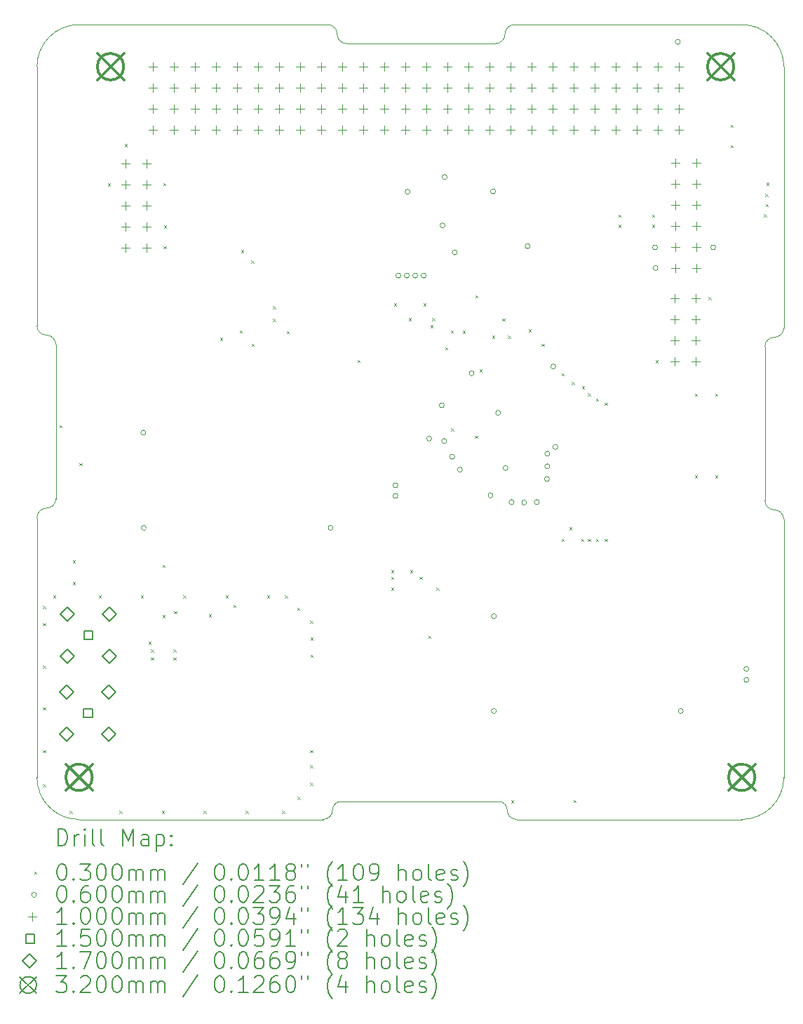
<source format=gbr>
%TF.GenerationSoftware,KiCad,Pcbnew,(6.0.7-1)-1*%
%TF.CreationDate,2023-01-03T11:59:28-05:00*%
%TF.ProjectId,comm-rfb,636f6d6d-2d72-4666-922e-6b696361645f,rev?*%
%TF.SameCoordinates,Original*%
%TF.FileFunction,Drillmap*%
%TF.FilePolarity,Positive*%
%FSLAX45Y45*%
G04 Gerber Fmt 4.5, Leading zero omitted, Abs format (unit mm)*
G04 Created by KiCad (PCBNEW (6.0.7-1)-1) date 2023-01-03 11:59:28*
%MOMM*%
%LPD*%
G01*
G04 APERTURE LIST*
%ADD10C,0.100000*%
%ADD11C,0.200000*%
%ADD12C,0.030000*%
%ADD13C,0.060000*%
%ADD14C,0.150000*%
%ADD15C,0.170000*%
%ADD16C,0.320000*%
G04 APERTURE END LIST*
D10*
X11430000Y-4699000D02*
G75*
G03*
X10922000Y-5207000I0J-508000D01*
G01*
X14546120Y-4813300D02*
G75*
G03*
X14431822Y-4699000I-114300J0D01*
G01*
X19939000Y-8356600D02*
X19939000Y-5207000D01*
X11150600Y-8559800D02*
G75*
G03*
X11036300Y-8445500I-114300J0D01*
G01*
X11036300Y-10532920D02*
G75*
G03*
X10922000Y-10647222I0J-114300D01*
G01*
X14660422Y-4927600D02*
X16459200Y-4927600D01*
X19431000Y-14287500D02*
G75*
G03*
X19939000Y-13779500I0J508000D01*
G01*
X19824700Y-8470900D02*
G75*
G03*
X19939000Y-8356600I0J114300D01*
G01*
X11430000Y-4699000D02*
X14431822Y-4699000D01*
X10922000Y-10647222D02*
X10922000Y-13779500D01*
X16459200Y-4927600D02*
G75*
G03*
X16573500Y-4813300I0J114300D01*
G01*
X19824700Y-8470900D02*
G75*
G03*
X19710400Y-8585200I0J-114300D01*
G01*
X16687800Y-4699000D02*
G75*
G03*
X16573500Y-4813300I0J-114300D01*
G01*
X16687800Y-4699000D02*
X19431000Y-4699000D01*
X16598900Y-14173200D02*
G75*
G03*
X16713200Y-14287500I114300J0D01*
G01*
X19710400Y-10439400D02*
G75*
G03*
X19824700Y-10553700I114300J0D01*
G01*
X16713200Y-14287500D02*
X19431000Y-14287500D01*
X19710400Y-10439400D02*
X19710400Y-8585200D01*
X19939000Y-13779500D02*
X19939000Y-10668000D01*
X11430000Y-14287500D02*
X14376400Y-14287500D01*
X14592300Y-14071600D02*
X16497300Y-14071600D01*
X14592300Y-14071600D02*
G75*
G03*
X14490700Y-14173200I0J-101600D01*
G01*
X16598900Y-14173200D02*
G75*
G03*
X16497300Y-14071600I-101600J0D01*
G01*
X14376400Y-14287500D02*
G75*
G03*
X14490700Y-14173200I0J114300D01*
G01*
X19939000Y-10668000D02*
G75*
G03*
X19824700Y-10553700I-114300J0D01*
G01*
X14546120Y-4813300D02*
G75*
G03*
X14660422Y-4927600I114300J0D01*
G01*
X11150600Y-8559800D02*
X11150600Y-10418622D01*
X11036300Y-10532920D02*
G75*
G03*
X11150600Y-10418622I0J114300D01*
G01*
X10922000Y-5207000D02*
X10922000Y-8331200D01*
X10922000Y-13779500D02*
G75*
G03*
X11430000Y-14287500I508000J0D01*
G01*
X19939000Y-5207000D02*
G75*
G03*
X19431000Y-4699000I-508000J0D01*
G01*
X10922000Y-8331200D02*
G75*
G03*
X11036300Y-8445500I114300J0D01*
G01*
D11*
D12*
X10993360Y-11709640D02*
X11023360Y-11739640D01*
X11023360Y-11709640D02*
X10993360Y-11739640D01*
X10993360Y-11917920D02*
X11023360Y-11947920D01*
X11023360Y-11917920D02*
X10993360Y-11947920D01*
X10993360Y-12431000D02*
X11023360Y-12461000D01*
X11023360Y-12431000D02*
X10993360Y-12461000D01*
X10993360Y-12936460D02*
X11023360Y-12966460D01*
X11023360Y-12936460D02*
X10993360Y-12966460D01*
X10993360Y-13449540D02*
X11023360Y-13479540D01*
X11023360Y-13449540D02*
X10993360Y-13479540D01*
X10993360Y-13863560D02*
X11023360Y-13893560D01*
X11023360Y-13863560D02*
X10993360Y-13893560D01*
X11115280Y-11582640D02*
X11145280Y-11612640D01*
X11145280Y-11582640D02*
X11115280Y-11612640D01*
X11191480Y-9530320D02*
X11221480Y-9560320D01*
X11221480Y-9530320D02*
X11191480Y-9560320D01*
X11315940Y-14183600D02*
X11345940Y-14213600D01*
X11345940Y-14183600D02*
X11315940Y-14213600D01*
X11354040Y-11161000D02*
X11384040Y-11191000D01*
X11384040Y-11161000D02*
X11354040Y-11191000D01*
X11354040Y-11421770D02*
X11384040Y-11451770D01*
X11384040Y-11421770D02*
X11354040Y-11451770D01*
X11435320Y-9987520D02*
X11465320Y-10017520D01*
X11465320Y-9987520D02*
X11435320Y-10017520D01*
X11666460Y-11582640D02*
X11696460Y-11612640D01*
X11696460Y-11582640D02*
X11666460Y-11612640D01*
X11775680Y-6614400D02*
X11805680Y-6644400D01*
X11805680Y-6614400D02*
X11775680Y-6644400D01*
X11917920Y-14183600D02*
X11947920Y-14213600D01*
X11947920Y-14183600D02*
X11917920Y-14213600D01*
X11978880Y-6141960D02*
X12008880Y-6171960D01*
X12008880Y-6141960D02*
X11978880Y-6171960D01*
X12177000Y-11582640D02*
X12207000Y-11612640D01*
X12207000Y-11582640D02*
X12177000Y-11612640D01*
X12268440Y-12141440D02*
X12298440Y-12171440D01*
X12298440Y-12141440D02*
X12268440Y-12171440D01*
X12298920Y-12237960D02*
X12328920Y-12267960D01*
X12328920Y-12237960D02*
X12298920Y-12267960D01*
X12298920Y-12334480D02*
X12328920Y-12364480D01*
X12328920Y-12334480D02*
X12298920Y-12364480D01*
X12431000Y-14183600D02*
X12461000Y-14213600D01*
X12461000Y-14183600D02*
X12431000Y-14213600D01*
X12436080Y-11215190D02*
X12466080Y-11245190D01*
X12466080Y-11215190D02*
X12436080Y-11245190D01*
X12438820Y-11821400D02*
X12468820Y-11851400D01*
X12468820Y-11821400D02*
X12438820Y-11851400D01*
X12446240Y-6609320D02*
X12476240Y-6639320D01*
X12476240Y-6609320D02*
X12446240Y-6639320D01*
X12451320Y-7371320D02*
X12481320Y-7401320D01*
X12481320Y-7371320D02*
X12451320Y-7401320D01*
X12456400Y-7122400D02*
X12486400Y-7152400D01*
X12486400Y-7122400D02*
X12456400Y-7152400D01*
X12568160Y-12237960D02*
X12598160Y-12267960D01*
X12598160Y-12237960D02*
X12568160Y-12267960D01*
X12568160Y-12334480D02*
X12598160Y-12364480D01*
X12598160Y-12334480D02*
X12568160Y-12364480D01*
X12575980Y-11775680D02*
X12605980Y-11805680D01*
X12605980Y-11775680D02*
X12575980Y-11805680D01*
X12687540Y-11582640D02*
X12717540Y-11612640D01*
X12717540Y-11582640D02*
X12687540Y-11612640D01*
X12933920Y-14183600D02*
X12963920Y-14213600D01*
X12963920Y-14183600D02*
X12933920Y-14213600D01*
X12997620Y-11811240D02*
X13027620Y-11841240D01*
X13027620Y-11811240D02*
X12997620Y-11841240D01*
X13132040Y-8478760D02*
X13162040Y-8508760D01*
X13162040Y-8478760D02*
X13132040Y-8508760D01*
X13198080Y-11582640D02*
X13228080Y-11612640D01*
X13228080Y-11582640D02*
X13198080Y-11612640D01*
X13294600Y-11699480D02*
X13324600Y-11729480D01*
X13324600Y-11699480D02*
X13294600Y-11729480D01*
X13370800Y-8387320D02*
X13400800Y-8417320D01*
X13400800Y-8387320D02*
X13370800Y-8417320D01*
X13384350Y-7419580D02*
X13414350Y-7449580D01*
X13414350Y-7419580D02*
X13384350Y-7449580D01*
X13441920Y-14183600D02*
X13471920Y-14213600D01*
X13471920Y-14183600D02*
X13441920Y-14213600D01*
X13509650Y-7544040D02*
X13539650Y-7574040D01*
X13539650Y-7544040D02*
X13509650Y-7574040D01*
X13513040Y-8549880D02*
X13543040Y-8579880D01*
X13543040Y-8549880D02*
X13513040Y-8579880D01*
X13701000Y-11582640D02*
X13731000Y-11612640D01*
X13731000Y-11582640D02*
X13701000Y-11612640D01*
X13772120Y-8097760D02*
X13802120Y-8127760D01*
X13802120Y-8097760D02*
X13772120Y-8127760D01*
X13772120Y-8250160D02*
X13802120Y-8280160D01*
X13802120Y-8250160D02*
X13772120Y-8280160D01*
X13881340Y-14183600D02*
X13911340Y-14213600D01*
X13911340Y-14183600D02*
X13881340Y-14213600D01*
X13914360Y-11582640D02*
X13944360Y-11612640D01*
X13944360Y-11582640D02*
X13914360Y-11612640D01*
X13934680Y-8397480D02*
X13964680Y-8427480D01*
X13964680Y-8397480D02*
X13934680Y-8427480D01*
X14062950Y-11731230D02*
X14092950Y-11761230D01*
X14092950Y-11731230D02*
X14062950Y-11761230D01*
X14069300Y-14013420D02*
X14099300Y-14043420D01*
X14099300Y-14013420D02*
X14069300Y-14043420D01*
X14219160Y-13449540D02*
X14249160Y-13479540D01*
X14249160Y-13449540D02*
X14219160Y-13479540D01*
X14219160Y-13634960D02*
X14249160Y-13664960D01*
X14249160Y-13634960D02*
X14219160Y-13664960D01*
X14219160Y-13843240D02*
X14249160Y-13873240D01*
X14249160Y-13843240D02*
X14219160Y-13873240D01*
X14221700Y-11889980D02*
X14251700Y-11919980D01*
X14251700Y-11889980D02*
X14221700Y-11919980D01*
X14224240Y-12093180D02*
X14254240Y-12123180D01*
X14254240Y-12093180D02*
X14224240Y-12123180D01*
X14224240Y-12301460D02*
X14254240Y-12331460D01*
X14254240Y-12301460D02*
X14224240Y-12331460D01*
X14793200Y-8742920D02*
X14823200Y-8772920D01*
X14823200Y-8742920D02*
X14793200Y-8772920D01*
X15199600Y-11277840D02*
X15229600Y-11307840D01*
X15229600Y-11277840D02*
X15199600Y-11307840D01*
X15199600Y-11359120D02*
X15229600Y-11389120D01*
X15229600Y-11359120D02*
X15199600Y-11389120D01*
X15199600Y-11491200D02*
X15229600Y-11521200D01*
X15229600Y-11491200D02*
X15199600Y-11521200D01*
X15230080Y-8062200D02*
X15260080Y-8092200D01*
X15260080Y-8062200D02*
X15230080Y-8092200D01*
X15407880Y-8240000D02*
X15437880Y-8270000D01*
X15437880Y-8240000D02*
X15407880Y-8270000D01*
X15428200Y-11277840D02*
X15458200Y-11307840D01*
X15458200Y-11277840D02*
X15428200Y-11307840D01*
X15539960Y-11359120D02*
X15569960Y-11389120D01*
X15569960Y-11359120D02*
X15539960Y-11389120D01*
X15585680Y-8062200D02*
X15615680Y-8092200D01*
X15615680Y-8062200D02*
X15585680Y-8092200D01*
X15646640Y-12070320D02*
X15676640Y-12100320D01*
X15676640Y-12070320D02*
X15646640Y-12100320D01*
X15673160Y-8325240D02*
X15703160Y-8355240D01*
X15703160Y-8325240D02*
X15673160Y-8355240D01*
X15692360Y-8240000D02*
X15722360Y-8270000D01*
X15722360Y-8240000D02*
X15692360Y-8270000D01*
X15743160Y-11491200D02*
X15773160Y-11521200D01*
X15773160Y-11491200D02*
X15743160Y-11521200D01*
X15849840Y-8590520D02*
X15879840Y-8620520D01*
X15879840Y-8590520D02*
X15849840Y-8620520D01*
X15915880Y-8387890D02*
X15945880Y-8417890D01*
X15945880Y-8387890D02*
X15915880Y-8417890D01*
X15923500Y-9570960D02*
X15953500Y-9600960D01*
X15953500Y-9570960D02*
X15923500Y-9600960D01*
X16059825Y-8391265D02*
X16089825Y-8421265D01*
X16089825Y-8391265D02*
X16059825Y-8421265D01*
X16210520Y-9657320D02*
X16240520Y-9687320D01*
X16240520Y-9657320D02*
X16210520Y-9687320D01*
X16215600Y-7965680D02*
X16245600Y-7995680D01*
X16245600Y-7965680D02*
X16215600Y-7995680D01*
X16266400Y-8859760D02*
X16296400Y-8889760D01*
X16296400Y-8859760D02*
X16266400Y-8889760D01*
X16415910Y-8453360D02*
X16445910Y-8483360D01*
X16445910Y-8453360D02*
X16415910Y-8483360D01*
X16541210Y-8245080D02*
X16571210Y-8275080D01*
X16571210Y-8245080D02*
X16541210Y-8275080D01*
X16606824Y-8451056D02*
X16636824Y-8481056D01*
X16636824Y-8451056D02*
X16606824Y-8481056D01*
X16647400Y-14056600D02*
X16677400Y-14086600D01*
X16677400Y-14056600D02*
X16647400Y-14086600D01*
X16859340Y-8375740D02*
X16889340Y-8405740D01*
X16889340Y-8375740D02*
X16859340Y-8405740D01*
X17013160Y-8549880D02*
X17043160Y-8579880D01*
X17043160Y-8549880D02*
X17013160Y-8579880D01*
X17257000Y-8905480D02*
X17287000Y-8935480D01*
X17287000Y-8905480D02*
X17257000Y-8935480D01*
X17257000Y-10901920D02*
X17287000Y-10931920D01*
X17287000Y-10901920D02*
X17257000Y-10931920D01*
X17348440Y-10764760D02*
X17378440Y-10794760D01*
X17378440Y-10764760D02*
X17348440Y-10794760D01*
X17377993Y-9010870D02*
X17407993Y-9040870D01*
X17407993Y-9010870D02*
X17377993Y-9040870D01*
X17399240Y-14051520D02*
X17429240Y-14081520D01*
X17429240Y-14051520D02*
X17399240Y-14081520D01*
X17490680Y-10901920D02*
X17520680Y-10931920D01*
X17520680Y-10901920D02*
X17490680Y-10931920D01*
X17500765Y-9060795D02*
X17530765Y-9090795D01*
X17530765Y-9060795D02*
X17500765Y-9090795D01*
X17571960Y-9144240D02*
X17601960Y-9174240D01*
X17601960Y-9144240D02*
X17571960Y-9174240D01*
X17571960Y-10901920D02*
X17601960Y-10931920D01*
X17601960Y-10901920D02*
X17571960Y-10931920D01*
X17668480Y-9211070D02*
X17698480Y-9241070D01*
X17698480Y-9211070D02*
X17668480Y-9241070D01*
X17668480Y-10901920D02*
X17698480Y-10931920D01*
X17698480Y-10901920D02*
X17668480Y-10931920D01*
X17775160Y-9260870D02*
X17805160Y-9290870D01*
X17805160Y-9260870D02*
X17775160Y-9290870D01*
X17775160Y-10901920D02*
X17805160Y-10931920D01*
X17805160Y-10901920D02*
X17775160Y-10931920D01*
X17942800Y-6990320D02*
X17972800Y-7020320D01*
X17972800Y-6990320D02*
X17942800Y-7020320D01*
X17942800Y-7112240D02*
X17972800Y-7142240D01*
X17972800Y-7112240D02*
X17942800Y-7142240D01*
X18349200Y-6990320D02*
X18379200Y-7020320D01*
X18379200Y-6990320D02*
X18349200Y-7020320D01*
X18349200Y-7112240D02*
X18379200Y-7142240D01*
X18379200Y-7112240D02*
X18349200Y-7142240D01*
X18389840Y-8748000D02*
X18419840Y-8778000D01*
X18419840Y-8748000D02*
X18389840Y-8778000D01*
X18862280Y-9149320D02*
X18892280Y-9179320D01*
X18892280Y-9149320D02*
X18862280Y-9179320D01*
X18862280Y-10134840D02*
X18892280Y-10164840D01*
X18892280Y-10134840D02*
X18862280Y-10164840D01*
X19029920Y-7986000D02*
X19059920Y-8016000D01*
X19059920Y-7986000D02*
X19029920Y-8016000D01*
X19111200Y-9149320D02*
X19141200Y-9179320D01*
X19141200Y-9149320D02*
X19111200Y-9179320D01*
X19111200Y-10134840D02*
X19141200Y-10164840D01*
X19141200Y-10134840D02*
X19111200Y-10164840D01*
X19294080Y-5908280D02*
X19324080Y-5938280D01*
X19324080Y-5908280D02*
X19294080Y-5938280D01*
X19294080Y-6152120D02*
X19324080Y-6182120D01*
X19324080Y-6152120D02*
X19294080Y-6182120D01*
X19699430Y-6985240D02*
X19729430Y-7015240D01*
X19729430Y-6985240D02*
X19699430Y-7015240D01*
X19715720Y-6741400D02*
X19745720Y-6771400D01*
X19745720Y-6741400D02*
X19715720Y-6771400D01*
X19720800Y-6863320D02*
X19750800Y-6893320D01*
X19750800Y-6863320D02*
X19720800Y-6893320D01*
X19725880Y-6604240D02*
X19755880Y-6634240D01*
X19755880Y-6604240D02*
X19725880Y-6634240D01*
D13*
X12237240Y-9621520D02*
G75*
G03*
X12237240Y-9621520I-30000J0D01*
G01*
X12242320Y-10769600D02*
G75*
G03*
X12242320Y-10769600I-30000J0D01*
G01*
X14497840Y-10769600D02*
G75*
G03*
X14497840Y-10769600I-30000J0D01*
G01*
X15280160Y-10256520D02*
G75*
G03*
X15280160Y-10256520I-30000J0D01*
G01*
X15280160Y-10383520D02*
G75*
G03*
X15280160Y-10383520I-30000J0D01*
G01*
X15315720Y-7726680D02*
G75*
G03*
X15315720Y-7726680I-30000J0D01*
G01*
X15417320Y-7726680D02*
G75*
G03*
X15417320Y-7726680I-30000J0D01*
G01*
X15427480Y-6715760D02*
G75*
G03*
X15427480Y-6715760I-30000J0D01*
G01*
X15518920Y-7726680D02*
G75*
G03*
X15518920Y-7726680I-30000J0D01*
G01*
X15620520Y-7726680D02*
G75*
G03*
X15620520Y-7726680I-30000J0D01*
G01*
X15686560Y-9692640D02*
G75*
G03*
X15686560Y-9692640I-30000J0D01*
G01*
X15838960Y-9291320D02*
G75*
G03*
X15838960Y-9291320I-30000J0D01*
G01*
X15849120Y-7122160D02*
G75*
G03*
X15849120Y-7122160I-30000J0D01*
G01*
X15869440Y-9723120D02*
G75*
G03*
X15869440Y-9723120I-30000J0D01*
G01*
X15874520Y-6537960D02*
G75*
G03*
X15874520Y-6537960I-30000J0D01*
G01*
X15965960Y-9911080D02*
G75*
G03*
X15965960Y-9911080I-30000J0D01*
G01*
X15996440Y-7447280D02*
G75*
G03*
X15996440Y-7447280I-30000J0D01*
G01*
X16057400Y-10068560D02*
G75*
G03*
X16057400Y-10068560I-30000J0D01*
G01*
X16199640Y-8905870D02*
G75*
G03*
X16199640Y-8905870I-30000J0D01*
G01*
X16428240Y-10378440D02*
G75*
G03*
X16428240Y-10378440I-30000J0D01*
G01*
X16458720Y-6710680D02*
G75*
G03*
X16458720Y-6710680I-30000J0D01*
G01*
X16468880Y-11836400D02*
G75*
G03*
X16468880Y-11836400I-30000J0D01*
G01*
X16468880Y-12979400D02*
G75*
G03*
X16468880Y-12979400I-30000J0D01*
G01*
X16519680Y-9382760D02*
G75*
G03*
X16519680Y-9382760I-30000J0D01*
G01*
X16607340Y-10047980D02*
G75*
G03*
X16607340Y-10047980I-30000J0D01*
G01*
X16682240Y-10459720D02*
G75*
G03*
X16682240Y-10459720I-30000J0D01*
G01*
X16834640Y-10464800D02*
G75*
G03*
X16834640Y-10464800I-30000J0D01*
G01*
X16875280Y-7371080D02*
G75*
G03*
X16875280Y-7371080I-30000J0D01*
G01*
X16987040Y-10459720D02*
G75*
G03*
X16987040Y-10459720I-30000J0D01*
G01*
X17108960Y-10180320D02*
G75*
G03*
X17108960Y-10180320I-30000J0D01*
G01*
X17114040Y-9875520D02*
G75*
G03*
X17114040Y-9875520I-30000J0D01*
G01*
X17114040Y-10027920D02*
G75*
G03*
X17114040Y-10027920I-30000J0D01*
G01*
X17185160Y-8823960D02*
G75*
G03*
X17185160Y-8823960I-30000J0D01*
G01*
X17210560Y-9795290D02*
G75*
G03*
X17210560Y-9795290I-30000J0D01*
G01*
X18414520Y-7386320D02*
G75*
G03*
X18414520Y-7386320I-30000J0D01*
G01*
X18419600Y-7635240D02*
G75*
G03*
X18419600Y-7635240I-30000J0D01*
G01*
X18688911Y-4907280D02*
G75*
G03*
X18688911Y-4907280I-30000J0D01*
G01*
X18724400Y-12979400D02*
G75*
G03*
X18724400Y-12979400I-30000J0D01*
G01*
X19115560Y-7386320D02*
G75*
G03*
X19115560Y-7386320I-30000J0D01*
G01*
X19516880Y-12471400D02*
G75*
G03*
X19516880Y-12471400I-30000J0D01*
G01*
X19516880Y-12603480D02*
G75*
G03*
X19516880Y-12603480I-30000J0D01*
G01*
D10*
X11992500Y-6323400D02*
X11992500Y-6423400D01*
X11942500Y-6373400D02*
X12042500Y-6373400D01*
X11992500Y-6577400D02*
X11992500Y-6677400D01*
X11942500Y-6627400D02*
X12042500Y-6627400D01*
X11992500Y-6831400D02*
X11992500Y-6931400D01*
X11942500Y-6881400D02*
X12042500Y-6881400D01*
X11992500Y-7085400D02*
X11992500Y-7185400D01*
X11942500Y-7135400D02*
X12042500Y-7135400D01*
X11992500Y-7339400D02*
X11992500Y-7439400D01*
X11942500Y-7389400D02*
X12042500Y-7389400D01*
X12246500Y-6323400D02*
X12246500Y-6423400D01*
X12196500Y-6373400D02*
X12296500Y-6373400D01*
X12246500Y-6577400D02*
X12246500Y-6677400D01*
X12196500Y-6627400D02*
X12296500Y-6627400D01*
X12246500Y-6831400D02*
X12246500Y-6931400D01*
X12196500Y-6881400D02*
X12296500Y-6881400D01*
X12246500Y-7085400D02*
X12246500Y-7185400D01*
X12196500Y-7135400D02*
X12296500Y-7135400D01*
X12246500Y-7339400D02*
X12246500Y-7439400D01*
X12196500Y-7389400D02*
X12296500Y-7389400D01*
X12319000Y-5157000D02*
X12319000Y-5257000D01*
X12269000Y-5207000D02*
X12369000Y-5207000D01*
X12319000Y-5411000D02*
X12319000Y-5511000D01*
X12269000Y-5461000D02*
X12369000Y-5461000D01*
X12319000Y-5665000D02*
X12319000Y-5765000D01*
X12269000Y-5715000D02*
X12369000Y-5715000D01*
X12319000Y-5919000D02*
X12319000Y-6019000D01*
X12269000Y-5969000D02*
X12369000Y-5969000D01*
X12573000Y-5157000D02*
X12573000Y-5257000D01*
X12523000Y-5207000D02*
X12623000Y-5207000D01*
X12573000Y-5411000D02*
X12573000Y-5511000D01*
X12523000Y-5461000D02*
X12623000Y-5461000D01*
X12573000Y-5665000D02*
X12573000Y-5765000D01*
X12523000Y-5715000D02*
X12623000Y-5715000D01*
X12573000Y-5919000D02*
X12573000Y-6019000D01*
X12523000Y-5969000D02*
X12623000Y-5969000D01*
X12827000Y-5157000D02*
X12827000Y-5257000D01*
X12777000Y-5207000D02*
X12877000Y-5207000D01*
X12827000Y-5411000D02*
X12827000Y-5511000D01*
X12777000Y-5461000D02*
X12877000Y-5461000D01*
X12827000Y-5665000D02*
X12827000Y-5765000D01*
X12777000Y-5715000D02*
X12877000Y-5715000D01*
X12827000Y-5919000D02*
X12827000Y-6019000D01*
X12777000Y-5969000D02*
X12877000Y-5969000D01*
X13081000Y-5157000D02*
X13081000Y-5257000D01*
X13031000Y-5207000D02*
X13131000Y-5207000D01*
X13081000Y-5411000D02*
X13081000Y-5511000D01*
X13031000Y-5461000D02*
X13131000Y-5461000D01*
X13081000Y-5665000D02*
X13081000Y-5765000D01*
X13031000Y-5715000D02*
X13131000Y-5715000D01*
X13081000Y-5919000D02*
X13081000Y-6019000D01*
X13031000Y-5969000D02*
X13131000Y-5969000D01*
X13335000Y-5157000D02*
X13335000Y-5257000D01*
X13285000Y-5207000D02*
X13385000Y-5207000D01*
X13335000Y-5411000D02*
X13335000Y-5511000D01*
X13285000Y-5461000D02*
X13385000Y-5461000D01*
X13335000Y-5665000D02*
X13335000Y-5765000D01*
X13285000Y-5715000D02*
X13385000Y-5715000D01*
X13335000Y-5919000D02*
X13335000Y-6019000D01*
X13285000Y-5969000D02*
X13385000Y-5969000D01*
X13589000Y-5157000D02*
X13589000Y-5257000D01*
X13539000Y-5207000D02*
X13639000Y-5207000D01*
X13589000Y-5411000D02*
X13589000Y-5511000D01*
X13539000Y-5461000D02*
X13639000Y-5461000D01*
X13589000Y-5665000D02*
X13589000Y-5765000D01*
X13539000Y-5715000D02*
X13639000Y-5715000D01*
X13589000Y-5919000D02*
X13589000Y-6019000D01*
X13539000Y-5969000D02*
X13639000Y-5969000D01*
X13843000Y-5157000D02*
X13843000Y-5257000D01*
X13793000Y-5207000D02*
X13893000Y-5207000D01*
X13843000Y-5411000D02*
X13843000Y-5511000D01*
X13793000Y-5461000D02*
X13893000Y-5461000D01*
X13843000Y-5665000D02*
X13843000Y-5765000D01*
X13793000Y-5715000D02*
X13893000Y-5715000D01*
X13843000Y-5919000D02*
X13843000Y-6019000D01*
X13793000Y-5969000D02*
X13893000Y-5969000D01*
X14097000Y-5157000D02*
X14097000Y-5257000D01*
X14047000Y-5207000D02*
X14147000Y-5207000D01*
X14097000Y-5411000D02*
X14097000Y-5511000D01*
X14047000Y-5461000D02*
X14147000Y-5461000D01*
X14097000Y-5665000D02*
X14097000Y-5765000D01*
X14047000Y-5715000D02*
X14147000Y-5715000D01*
X14097000Y-5919000D02*
X14097000Y-6019000D01*
X14047000Y-5969000D02*
X14147000Y-5969000D01*
X14351000Y-5157000D02*
X14351000Y-5257000D01*
X14301000Y-5207000D02*
X14401000Y-5207000D01*
X14351000Y-5411000D02*
X14351000Y-5511000D01*
X14301000Y-5461000D02*
X14401000Y-5461000D01*
X14351000Y-5665000D02*
X14351000Y-5765000D01*
X14301000Y-5715000D02*
X14401000Y-5715000D01*
X14351000Y-5919000D02*
X14351000Y-6019000D01*
X14301000Y-5969000D02*
X14401000Y-5969000D01*
X14605000Y-5157000D02*
X14605000Y-5257000D01*
X14555000Y-5207000D02*
X14655000Y-5207000D01*
X14605000Y-5411000D02*
X14605000Y-5511000D01*
X14555000Y-5461000D02*
X14655000Y-5461000D01*
X14605000Y-5665000D02*
X14605000Y-5765000D01*
X14555000Y-5715000D02*
X14655000Y-5715000D01*
X14605000Y-5919000D02*
X14605000Y-6019000D01*
X14555000Y-5969000D02*
X14655000Y-5969000D01*
X14859000Y-5157000D02*
X14859000Y-5257000D01*
X14809000Y-5207000D02*
X14909000Y-5207000D01*
X14859000Y-5411000D02*
X14859000Y-5511000D01*
X14809000Y-5461000D02*
X14909000Y-5461000D01*
X14859000Y-5665000D02*
X14859000Y-5765000D01*
X14809000Y-5715000D02*
X14909000Y-5715000D01*
X14859000Y-5919000D02*
X14859000Y-6019000D01*
X14809000Y-5969000D02*
X14909000Y-5969000D01*
X15113000Y-5157000D02*
X15113000Y-5257000D01*
X15063000Y-5207000D02*
X15163000Y-5207000D01*
X15113000Y-5411000D02*
X15113000Y-5511000D01*
X15063000Y-5461000D02*
X15163000Y-5461000D01*
X15113000Y-5665000D02*
X15113000Y-5765000D01*
X15063000Y-5715000D02*
X15163000Y-5715000D01*
X15113000Y-5919000D02*
X15113000Y-6019000D01*
X15063000Y-5969000D02*
X15163000Y-5969000D01*
X15367000Y-5157000D02*
X15367000Y-5257000D01*
X15317000Y-5207000D02*
X15417000Y-5207000D01*
X15367000Y-5411000D02*
X15367000Y-5511000D01*
X15317000Y-5461000D02*
X15417000Y-5461000D01*
X15367000Y-5665000D02*
X15367000Y-5765000D01*
X15317000Y-5715000D02*
X15417000Y-5715000D01*
X15367000Y-5919000D02*
X15367000Y-6019000D01*
X15317000Y-5969000D02*
X15417000Y-5969000D01*
X15621000Y-5157000D02*
X15621000Y-5257000D01*
X15571000Y-5207000D02*
X15671000Y-5207000D01*
X15621000Y-5411000D02*
X15621000Y-5511000D01*
X15571000Y-5461000D02*
X15671000Y-5461000D01*
X15621000Y-5665000D02*
X15621000Y-5765000D01*
X15571000Y-5715000D02*
X15671000Y-5715000D01*
X15621000Y-5919000D02*
X15621000Y-6019000D01*
X15571000Y-5969000D02*
X15671000Y-5969000D01*
X15875000Y-5157000D02*
X15875000Y-5257000D01*
X15825000Y-5207000D02*
X15925000Y-5207000D01*
X15875000Y-5411000D02*
X15875000Y-5511000D01*
X15825000Y-5461000D02*
X15925000Y-5461000D01*
X15875000Y-5665000D02*
X15875000Y-5765000D01*
X15825000Y-5715000D02*
X15925000Y-5715000D01*
X15875000Y-5919000D02*
X15875000Y-6019000D01*
X15825000Y-5969000D02*
X15925000Y-5969000D01*
X16129000Y-5157000D02*
X16129000Y-5257000D01*
X16079000Y-5207000D02*
X16179000Y-5207000D01*
X16129000Y-5411000D02*
X16129000Y-5511000D01*
X16079000Y-5461000D02*
X16179000Y-5461000D01*
X16129000Y-5665000D02*
X16129000Y-5765000D01*
X16079000Y-5715000D02*
X16179000Y-5715000D01*
X16129000Y-5919000D02*
X16129000Y-6019000D01*
X16079000Y-5969000D02*
X16179000Y-5969000D01*
X16383000Y-5157000D02*
X16383000Y-5257000D01*
X16333000Y-5207000D02*
X16433000Y-5207000D01*
X16383000Y-5411000D02*
X16383000Y-5511000D01*
X16333000Y-5461000D02*
X16433000Y-5461000D01*
X16383000Y-5665000D02*
X16383000Y-5765000D01*
X16333000Y-5715000D02*
X16433000Y-5715000D01*
X16383000Y-5919000D02*
X16383000Y-6019000D01*
X16333000Y-5969000D02*
X16433000Y-5969000D01*
X16637000Y-5157000D02*
X16637000Y-5257000D01*
X16587000Y-5207000D02*
X16687000Y-5207000D01*
X16637000Y-5411000D02*
X16637000Y-5511000D01*
X16587000Y-5461000D02*
X16687000Y-5461000D01*
X16637000Y-5665000D02*
X16637000Y-5765000D01*
X16587000Y-5715000D02*
X16687000Y-5715000D01*
X16637000Y-5919000D02*
X16637000Y-6019000D01*
X16587000Y-5969000D02*
X16687000Y-5969000D01*
X16891000Y-5157000D02*
X16891000Y-5257000D01*
X16841000Y-5207000D02*
X16941000Y-5207000D01*
X16891000Y-5411000D02*
X16891000Y-5511000D01*
X16841000Y-5461000D02*
X16941000Y-5461000D01*
X16891000Y-5665000D02*
X16891000Y-5765000D01*
X16841000Y-5715000D02*
X16941000Y-5715000D01*
X16891000Y-5919000D02*
X16891000Y-6019000D01*
X16841000Y-5969000D02*
X16941000Y-5969000D01*
X17145000Y-5157000D02*
X17145000Y-5257000D01*
X17095000Y-5207000D02*
X17195000Y-5207000D01*
X17145000Y-5411000D02*
X17145000Y-5511000D01*
X17095000Y-5461000D02*
X17195000Y-5461000D01*
X17145000Y-5665000D02*
X17145000Y-5765000D01*
X17095000Y-5715000D02*
X17195000Y-5715000D01*
X17145000Y-5919000D02*
X17145000Y-6019000D01*
X17095000Y-5969000D02*
X17195000Y-5969000D01*
X17399000Y-5157000D02*
X17399000Y-5257000D01*
X17349000Y-5207000D02*
X17449000Y-5207000D01*
X17399000Y-5411000D02*
X17399000Y-5511000D01*
X17349000Y-5461000D02*
X17449000Y-5461000D01*
X17399000Y-5665000D02*
X17399000Y-5765000D01*
X17349000Y-5715000D02*
X17449000Y-5715000D01*
X17399000Y-5919000D02*
X17399000Y-6019000D01*
X17349000Y-5969000D02*
X17449000Y-5969000D01*
X17653000Y-5157000D02*
X17653000Y-5257000D01*
X17603000Y-5207000D02*
X17703000Y-5207000D01*
X17653000Y-5411000D02*
X17653000Y-5511000D01*
X17603000Y-5461000D02*
X17703000Y-5461000D01*
X17653000Y-5665000D02*
X17653000Y-5765000D01*
X17603000Y-5715000D02*
X17703000Y-5715000D01*
X17653000Y-5919000D02*
X17653000Y-6019000D01*
X17603000Y-5969000D02*
X17703000Y-5969000D01*
X17907000Y-5157000D02*
X17907000Y-5257000D01*
X17857000Y-5207000D02*
X17957000Y-5207000D01*
X17907000Y-5411000D02*
X17907000Y-5511000D01*
X17857000Y-5461000D02*
X17957000Y-5461000D01*
X17907000Y-5665000D02*
X17907000Y-5765000D01*
X17857000Y-5715000D02*
X17957000Y-5715000D01*
X17907000Y-5919000D02*
X17907000Y-6019000D01*
X17857000Y-5969000D02*
X17957000Y-5969000D01*
X18161000Y-5157000D02*
X18161000Y-5257000D01*
X18111000Y-5207000D02*
X18211000Y-5207000D01*
X18161000Y-5411000D02*
X18161000Y-5511000D01*
X18111000Y-5461000D02*
X18211000Y-5461000D01*
X18161000Y-5665000D02*
X18161000Y-5765000D01*
X18111000Y-5715000D02*
X18211000Y-5715000D01*
X18161000Y-5919000D02*
X18161000Y-6019000D01*
X18111000Y-5969000D02*
X18211000Y-5969000D01*
X18415000Y-5157000D02*
X18415000Y-5257000D01*
X18365000Y-5207000D02*
X18465000Y-5207000D01*
X18415000Y-5411000D02*
X18415000Y-5511000D01*
X18365000Y-5461000D02*
X18465000Y-5461000D01*
X18415000Y-5665000D02*
X18415000Y-5765000D01*
X18365000Y-5715000D02*
X18465000Y-5715000D01*
X18415000Y-5919000D02*
X18415000Y-6019000D01*
X18365000Y-5969000D02*
X18465000Y-5969000D01*
X18623280Y-7950000D02*
X18623280Y-8050000D01*
X18573280Y-8000000D02*
X18673280Y-8000000D01*
X18623280Y-8204000D02*
X18623280Y-8304000D01*
X18573280Y-8254000D02*
X18673280Y-8254000D01*
X18623280Y-8458000D02*
X18623280Y-8558000D01*
X18573280Y-8508000D02*
X18673280Y-8508000D01*
X18623280Y-8712000D02*
X18623280Y-8812000D01*
X18573280Y-8762000D02*
X18673280Y-8762000D01*
X18627200Y-6317820D02*
X18627200Y-6417820D01*
X18577200Y-6367820D02*
X18677200Y-6367820D01*
X18627200Y-6571820D02*
X18627200Y-6671820D01*
X18577200Y-6621820D02*
X18677200Y-6621820D01*
X18627200Y-6825820D02*
X18627200Y-6925820D01*
X18577200Y-6875820D02*
X18677200Y-6875820D01*
X18627200Y-7079820D02*
X18627200Y-7179820D01*
X18577200Y-7129820D02*
X18677200Y-7129820D01*
X18627200Y-7333820D02*
X18627200Y-7433820D01*
X18577200Y-7383820D02*
X18677200Y-7383820D01*
X18627200Y-7587820D02*
X18627200Y-7687820D01*
X18577200Y-7637820D02*
X18677200Y-7637820D01*
X18669000Y-5157000D02*
X18669000Y-5257000D01*
X18619000Y-5207000D02*
X18719000Y-5207000D01*
X18669000Y-5411000D02*
X18669000Y-5511000D01*
X18619000Y-5461000D02*
X18719000Y-5461000D01*
X18669000Y-5665000D02*
X18669000Y-5765000D01*
X18619000Y-5715000D02*
X18719000Y-5715000D01*
X18669000Y-5919000D02*
X18669000Y-6019000D01*
X18619000Y-5969000D02*
X18719000Y-5969000D01*
X18877280Y-7950000D02*
X18877280Y-8050000D01*
X18827280Y-8000000D02*
X18927280Y-8000000D01*
X18877280Y-8204000D02*
X18877280Y-8304000D01*
X18827280Y-8254000D02*
X18927280Y-8254000D01*
X18877280Y-8458000D02*
X18877280Y-8558000D01*
X18827280Y-8508000D02*
X18927280Y-8508000D01*
X18877280Y-8712000D02*
X18877280Y-8812000D01*
X18827280Y-8762000D02*
X18927280Y-8762000D01*
X18881200Y-6317820D02*
X18881200Y-6417820D01*
X18831200Y-6367820D02*
X18931200Y-6367820D01*
X18881200Y-6571820D02*
X18881200Y-6671820D01*
X18831200Y-6621820D02*
X18931200Y-6621820D01*
X18881200Y-6825820D02*
X18881200Y-6925820D01*
X18831200Y-6875820D02*
X18931200Y-6875820D01*
X18881200Y-7079820D02*
X18881200Y-7179820D01*
X18831200Y-7129820D02*
X18931200Y-7129820D01*
X18881200Y-7333820D02*
X18881200Y-7433820D01*
X18831200Y-7383820D02*
X18931200Y-7383820D01*
X18881200Y-7587820D02*
X18881200Y-7687820D01*
X18831200Y-7637820D02*
X18931200Y-7637820D01*
D14*
X11589713Y-13057833D02*
X11589713Y-12951766D01*
X11483646Y-12951766D01*
X11483646Y-13057833D01*
X11589713Y-13057833D01*
X11594793Y-12118033D02*
X11594793Y-12011966D01*
X11488726Y-12011966D01*
X11488726Y-12118033D01*
X11594793Y-12118033D01*
D15*
X11282680Y-12835800D02*
X11367680Y-12750800D01*
X11282680Y-12665800D01*
X11197680Y-12750800D01*
X11282680Y-12835800D01*
X11282680Y-13343800D02*
X11367680Y-13258800D01*
X11282680Y-13173800D01*
X11197680Y-13258800D01*
X11282680Y-13343800D01*
X11287760Y-11896000D02*
X11372760Y-11811000D01*
X11287760Y-11726000D01*
X11202760Y-11811000D01*
X11287760Y-11896000D01*
X11287760Y-12404000D02*
X11372760Y-12319000D01*
X11287760Y-12234000D01*
X11202760Y-12319000D01*
X11287760Y-12404000D01*
X11790680Y-12835800D02*
X11875680Y-12750800D01*
X11790680Y-12665800D01*
X11705680Y-12750800D01*
X11790680Y-12835800D01*
X11790680Y-13343800D02*
X11875680Y-13258800D01*
X11790680Y-13173800D01*
X11705680Y-13258800D01*
X11790680Y-13343800D01*
X11795760Y-11896000D02*
X11880760Y-11811000D01*
X11795760Y-11726000D01*
X11710760Y-11811000D01*
X11795760Y-11896000D01*
X11795760Y-12404000D02*
X11880760Y-12319000D01*
X11795760Y-12234000D01*
X11710760Y-12319000D01*
X11795760Y-12404000D01*
D16*
X11270000Y-13619500D02*
X11590000Y-13939500D01*
X11590000Y-13619500D02*
X11270000Y-13939500D01*
X11590000Y-13779500D02*
G75*
G03*
X11590000Y-13779500I-160000J0D01*
G01*
X11651000Y-5047000D02*
X11971000Y-5367000D01*
X11971000Y-5047000D02*
X11651000Y-5367000D01*
X11971000Y-5207000D02*
G75*
G03*
X11971000Y-5207000I-160000J0D01*
G01*
X19017000Y-5047000D02*
X19337000Y-5367000D01*
X19337000Y-5047000D02*
X19017000Y-5367000D01*
X19337000Y-5207000D02*
G75*
G03*
X19337000Y-5207000I-160000J0D01*
G01*
X19271000Y-13619500D02*
X19591000Y-13939500D01*
X19591000Y-13619500D02*
X19271000Y-13939500D01*
X19591000Y-13779500D02*
G75*
G03*
X19591000Y-13779500I-160000J0D01*
G01*
D11*
X11174619Y-14602976D02*
X11174619Y-14402976D01*
X11222238Y-14402976D01*
X11250809Y-14412500D01*
X11269857Y-14431548D01*
X11279381Y-14450595D01*
X11288905Y-14488690D01*
X11288905Y-14517262D01*
X11279381Y-14555357D01*
X11269857Y-14574405D01*
X11250809Y-14593452D01*
X11222238Y-14602976D01*
X11174619Y-14602976D01*
X11374619Y-14602976D02*
X11374619Y-14469643D01*
X11374619Y-14507738D02*
X11384143Y-14488690D01*
X11393667Y-14479167D01*
X11412714Y-14469643D01*
X11431762Y-14469643D01*
X11498428Y-14602976D02*
X11498428Y-14469643D01*
X11498428Y-14402976D02*
X11488905Y-14412500D01*
X11498428Y-14422024D01*
X11507952Y-14412500D01*
X11498428Y-14402976D01*
X11498428Y-14422024D01*
X11622238Y-14602976D02*
X11603190Y-14593452D01*
X11593667Y-14574405D01*
X11593667Y-14402976D01*
X11727000Y-14602976D02*
X11707952Y-14593452D01*
X11698428Y-14574405D01*
X11698428Y-14402976D01*
X11955571Y-14602976D02*
X11955571Y-14402976D01*
X12022238Y-14545833D01*
X12088905Y-14402976D01*
X12088905Y-14602976D01*
X12269857Y-14602976D02*
X12269857Y-14498214D01*
X12260333Y-14479167D01*
X12241286Y-14469643D01*
X12203190Y-14469643D01*
X12184143Y-14479167D01*
X12269857Y-14593452D02*
X12250809Y-14602976D01*
X12203190Y-14602976D01*
X12184143Y-14593452D01*
X12174619Y-14574405D01*
X12174619Y-14555357D01*
X12184143Y-14536309D01*
X12203190Y-14526786D01*
X12250809Y-14526786D01*
X12269857Y-14517262D01*
X12365095Y-14469643D02*
X12365095Y-14669643D01*
X12365095Y-14479167D02*
X12384143Y-14469643D01*
X12422238Y-14469643D01*
X12441286Y-14479167D01*
X12450809Y-14488690D01*
X12460333Y-14507738D01*
X12460333Y-14564881D01*
X12450809Y-14583928D01*
X12441286Y-14593452D01*
X12422238Y-14602976D01*
X12384143Y-14602976D01*
X12365095Y-14593452D01*
X12546048Y-14583928D02*
X12555571Y-14593452D01*
X12546048Y-14602976D01*
X12536524Y-14593452D01*
X12546048Y-14583928D01*
X12546048Y-14602976D01*
X12546048Y-14479167D02*
X12555571Y-14488690D01*
X12546048Y-14498214D01*
X12536524Y-14488690D01*
X12546048Y-14479167D01*
X12546048Y-14498214D01*
D12*
X10887000Y-14917500D02*
X10917000Y-14947500D01*
X10917000Y-14917500D02*
X10887000Y-14947500D01*
D11*
X11212714Y-14822976D02*
X11231762Y-14822976D01*
X11250809Y-14832500D01*
X11260333Y-14842024D01*
X11269857Y-14861071D01*
X11279381Y-14899167D01*
X11279381Y-14946786D01*
X11269857Y-14984881D01*
X11260333Y-15003928D01*
X11250809Y-15013452D01*
X11231762Y-15022976D01*
X11212714Y-15022976D01*
X11193667Y-15013452D01*
X11184143Y-15003928D01*
X11174619Y-14984881D01*
X11165095Y-14946786D01*
X11165095Y-14899167D01*
X11174619Y-14861071D01*
X11184143Y-14842024D01*
X11193667Y-14832500D01*
X11212714Y-14822976D01*
X11365095Y-15003928D02*
X11374619Y-15013452D01*
X11365095Y-15022976D01*
X11355571Y-15013452D01*
X11365095Y-15003928D01*
X11365095Y-15022976D01*
X11441286Y-14822976D02*
X11565095Y-14822976D01*
X11498428Y-14899167D01*
X11527000Y-14899167D01*
X11546048Y-14908690D01*
X11555571Y-14918214D01*
X11565095Y-14937262D01*
X11565095Y-14984881D01*
X11555571Y-15003928D01*
X11546048Y-15013452D01*
X11527000Y-15022976D01*
X11469857Y-15022976D01*
X11450809Y-15013452D01*
X11441286Y-15003928D01*
X11688905Y-14822976D02*
X11707952Y-14822976D01*
X11727000Y-14832500D01*
X11736524Y-14842024D01*
X11746048Y-14861071D01*
X11755571Y-14899167D01*
X11755571Y-14946786D01*
X11746048Y-14984881D01*
X11736524Y-15003928D01*
X11727000Y-15013452D01*
X11707952Y-15022976D01*
X11688905Y-15022976D01*
X11669857Y-15013452D01*
X11660333Y-15003928D01*
X11650809Y-14984881D01*
X11641286Y-14946786D01*
X11641286Y-14899167D01*
X11650809Y-14861071D01*
X11660333Y-14842024D01*
X11669857Y-14832500D01*
X11688905Y-14822976D01*
X11879381Y-14822976D02*
X11898428Y-14822976D01*
X11917476Y-14832500D01*
X11927000Y-14842024D01*
X11936524Y-14861071D01*
X11946048Y-14899167D01*
X11946048Y-14946786D01*
X11936524Y-14984881D01*
X11927000Y-15003928D01*
X11917476Y-15013452D01*
X11898428Y-15022976D01*
X11879381Y-15022976D01*
X11860333Y-15013452D01*
X11850809Y-15003928D01*
X11841286Y-14984881D01*
X11831762Y-14946786D01*
X11831762Y-14899167D01*
X11841286Y-14861071D01*
X11850809Y-14842024D01*
X11860333Y-14832500D01*
X11879381Y-14822976D01*
X12031762Y-15022976D02*
X12031762Y-14889643D01*
X12031762Y-14908690D02*
X12041286Y-14899167D01*
X12060333Y-14889643D01*
X12088905Y-14889643D01*
X12107952Y-14899167D01*
X12117476Y-14918214D01*
X12117476Y-15022976D01*
X12117476Y-14918214D02*
X12127000Y-14899167D01*
X12146048Y-14889643D01*
X12174619Y-14889643D01*
X12193667Y-14899167D01*
X12203190Y-14918214D01*
X12203190Y-15022976D01*
X12298428Y-15022976D02*
X12298428Y-14889643D01*
X12298428Y-14908690D02*
X12307952Y-14899167D01*
X12327000Y-14889643D01*
X12355571Y-14889643D01*
X12374619Y-14899167D01*
X12384143Y-14918214D01*
X12384143Y-15022976D01*
X12384143Y-14918214D02*
X12393667Y-14899167D01*
X12412714Y-14889643D01*
X12441286Y-14889643D01*
X12460333Y-14899167D01*
X12469857Y-14918214D01*
X12469857Y-15022976D01*
X12860333Y-14813452D02*
X12688905Y-15070595D01*
X13117476Y-14822976D02*
X13136524Y-14822976D01*
X13155571Y-14832500D01*
X13165095Y-14842024D01*
X13174619Y-14861071D01*
X13184143Y-14899167D01*
X13184143Y-14946786D01*
X13174619Y-14984881D01*
X13165095Y-15003928D01*
X13155571Y-15013452D01*
X13136524Y-15022976D01*
X13117476Y-15022976D01*
X13098428Y-15013452D01*
X13088905Y-15003928D01*
X13079381Y-14984881D01*
X13069857Y-14946786D01*
X13069857Y-14899167D01*
X13079381Y-14861071D01*
X13088905Y-14842024D01*
X13098428Y-14832500D01*
X13117476Y-14822976D01*
X13269857Y-15003928D02*
X13279381Y-15013452D01*
X13269857Y-15022976D01*
X13260333Y-15013452D01*
X13269857Y-15003928D01*
X13269857Y-15022976D01*
X13403190Y-14822976D02*
X13422238Y-14822976D01*
X13441286Y-14832500D01*
X13450809Y-14842024D01*
X13460333Y-14861071D01*
X13469857Y-14899167D01*
X13469857Y-14946786D01*
X13460333Y-14984881D01*
X13450809Y-15003928D01*
X13441286Y-15013452D01*
X13422238Y-15022976D01*
X13403190Y-15022976D01*
X13384143Y-15013452D01*
X13374619Y-15003928D01*
X13365095Y-14984881D01*
X13355571Y-14946786D01*
X13355571Y-14899167D01*
X13365095Y-14861071D01*
X13374619Y-14842024D01*
X13384143Y-14832500D01*
X13403190Y-14822976D01*
X13660333Y-15022976D02*
X13546048Y-15022976D01*
X13603190Y-15022976D02*
X13603190Y-14822976D01*
X13584143Y-14851548D01*
X13565095Y-14870595D01*
X13546048Y-14880119D01*
X13850809Y-15022976D02*
X13736524Y-15022976D01*
X13793667Y-15022976D02*
X13793667Y-14822976D01*
X13774619Y-14851548D01*
X13755571Y-14870595D01*
X13736524Y-14880119D01*
X13965095Y-14908690D02*
X13946048Y-14899167D01*
X13936524Y-14889643D01*
X13927000Y-14870595D01*
X13927000Y-14861071D01*
X13936524Y-14842024D01*
X13946048Y-14832500D01*
X13965095Y-14822976D01*
X14003190Y-14822976D01*
X14022238Y-14832500D01*
X14031762Y-14842024D01*
X14041286Y-14861071D01*
X14041286Y-14870595D01*
X14031762Y-14889643D01*
X14022238Y-14899167D01*
X14003190Y-14908690D01*
X13965095Y-14908690D01*
X13946048Y-14918214D01*
X13936524Y-14927738D01*
X13927000Y-14946786D01*
X13927000Y-14984881D01*
X13936524Y-15003928D01*
X13946048Y-15013452D01*
X13965095Y-15022976D01*
X14003190Y-15022976D01*
X14022238Y-15013452D01*
X14031762Y-15003928D01*
X14041286Y-14984881D01*
X14041286Y-14946786D01*
X14031762Y-14927738D01*
X14022238Y-14918214D01*
X14003190Y-14908690D01*
X14117476Y-14822976D02*
X14117476Y-14861071D01*
X14193667Y-14822976D02*
X14193667Y-14861071D01*
X14488905Y-15099167D02*
X14479381Y-15089643D01*
X14460333Y-15061071D01*
X14450809Y-15042024D01*
X14441286Y-15013452D01*
X14431762Y-14965833D01*
X14431762Y-14927738D01*
X14441286Y-14880119D01*
X14450809Y-14851548D01*
X14460333Y-14832500D01*
X14479381Y-14803928D01*
X14488905Y-14794405D01*
X14669857Y-15022976D02*
X14555571Y-15022976D01*
X14612714Y-15022976D02*
X14612714Y-14822976D01*
X14593667Y-14851548D01*
X14574619Y-14870595D01*
X14555571Y-14880119D01*
X14793667Y-14822976D02*
X14812714Y-14822976D01*
X14831762Y-14832500D01*
X14841286Y-14842024D01*
X14850809Y-14861071D01*
X14860333Y-14899167D01*
X14860333Y-14946786D01*
X14850809Y-14984881D01*
X14841286Y-15003928D01*
X14831762Y-15013452D01*
X14812714Y-15022976D01*
X14793667Y-15022976D01*
X14774619Y-15013452D01*
X14765095Y-15003928D01*
X14755571Y-14984881D01*
X14746048Y-14946786D01*
X14746048Y-14899167D01*
X14755571Y-14861071D01*
X14765095Y-14842024D01*
X14774619Y-14832500D01*
X14793667Y-14822976D01*
X14955571Y-15022976D02*
X14993667Y-15022976D01*
X15012714Y-15013452D01*
X15022238Y-15003928D01*
X15041286Y-14975357D01*
X15050809Y-14937262D01*
X15050809Y-14861071D01*
X15041286Y-14842024D01*
X15031762Y-14832500D01*
X15012714Y-14822976D01*
X14974619Y-14822976D01*
X14955571Y-14832500D01*
X14946048Y-14842024D01*
X14936524Y-14861071D01*
X14936524Y-14908690D01*
X14946048Y-14927738D01*
X14955571Y-14937262D01*
X14974619Y-14946786D01*
X15012714Y-14946786D01*
X15031762Y-14937262D01*
X15041286Y-14927738D01*
X15050809Y-14908690D01*
X15288905Y-15022976D02*
X15288905Y-14822976D01*
X15374619Y-15022976D02*
X15374619Y-14918214D01*
X15365095Y-14899167D01*
X15346048Y-14889643D01*
X15317476Y-14889643D01*
X15298428Y-14899167D01*
X15288905Y-14908690D01*
X15498428Y-15022976D02*
X15479381Y-15013452D01*
X15469857Y-15003928D01*
X15460333Y-14984881D01*
X15460333Y-14927738D01*
X15469857Y-14908690D01*
X15479381Y-14899167D01*
X15498428Y-14889643D01*
X15527000Y-14889643D01*
X15546048Y-14899167D01*
X15555571Y-14908690D01*
X15565095Y-14927738D01*
X15565095Y-14984881D01*
X15555571Y-15003928D01*
X15546048Y-15013452D01*
X15527000Y-15022976D01*
X15498428Y-15022976D01*
X15679381Y-15022976D02*
X15660333Y-15013452D01*
X15650809Y-14994405D01*
X15650809Y-14822976D01*
X15831762Y-15013452D02*
X15812714Y-15022976D01*
X15774619Y-15022976D01*
X15755571Y-15013452D01*
X15746048Y-14994405D01*
X15746048Y-14918214D01*
X15755571Y-14899167D01*
X15774619Y-14889643D01*
X15812714Y-14889643D01*
X15831762Y-14899167D01*
X15841286Y-14918214D01*
X15841286Y-14937262D01*
X15746048Y-14956309D01*
X15917476Y-15013452D02*
X15936524Y-15022976D01*
X15974619Y-15022976D01*
X15993667Y-15013452D01*
X16003190Y-14994405D01*
X16003190Y-14984881D01*
X15993667Y-14965833D01*
X15974619Y-14956309D01*
X15946048Y-14956309D01*
X15927000Y-14946786D01*
X15917476Y-14927738D01*
X15917476Y-14918214D01*
X15927000Y-14899167D01*
X15946048Y-14889643D01*
X15974619Y-14889643D01*
X15993667Y-14899167D01*
X16069857Y-15099167D02*
X16079381Y-15089643D01*
X16098428Y-15061071D01*
X16107952Y-15042024D01*
X16117476Y-15013452D01*
X16127000Y-14965833D01*
X16127000Y-14927738D01*
X16117476Y-14880119D01*
X16107952Y-14851548D01*
X16098428Y-14832500D01*
X16079381Y-14803928D01*
X16069857Y-14794405D01*
D13*
X10917000Y-15196500D02*
G75*
G03*
X10917000Y-15196500I-30000J0D01*
G01*
D11*
X11212714Y-15086976D02*
X11231762Y-15086976D01*
X11250809Y-15096500D01*
X11260333Y-15106024D01*
X11269857Y-15125071D01*
X11279381Y-15163167D01*
X11279381Y-15210786D01*
X11269857Y-15248881D01*
X11260333Y-15267928D01*
X11250809Y-15277452D01*
X11231762Y-15286976D01*
X11212714Y-15286976D01*
X11193667Y-15277452D01*
X11184143Y-15267928D01*
X11174619Y-15248881D01*
X11165095Y-15210786D01*
X11165095Y-15163167D01*
X11174619Y-15125071D01*
X11184143Y-15106024D01*
X11193667Y-15096500D01*
X11212714Y-15086976D01*
X11365095Y-15267928D02*
X11374619Y-15277452D01*
X11365095Y-15286976D01*
X11355571Y-15277452D01*
X11365095Y-15267928D01*
X11365095Y-15286976D01*
X11546048Y-15086976D02*
X11507952Y-15086976D01*
X11488905Y-15096500D01*
X11479381Y-15106024D01*
X11460333Y-15134595D01*
X11450809Y-15172690D01*
X11450809Y-15248881D01*
X11460333Y-15267928D01*
X11469857Y-15277452D01*
X11488905Y-15286976D01*
X11527000Y-15286976D01*
X11546048Y-15277452D01*
X11555571Y-15267928D01*
X11565095Y-15248881D01*
X11565095Y-15201262D01*
X11555571Y-15182214D01*
X11546048Y-15172690D01*
X11527000Y-15163167D01*
X11488905Y-15163167D01*
X11469857Y-15172690D01*
X11460333Y-15182214D01*
X11450809Y-15201262D01*
X11688905Y-15086976D02*
X11707952Y-15086976D01*
X11727000Y-15096500D01*
X11736524Y-15106024D01*
X11746048Y-15125071D01*
X11755571Y-15163167D01*
X11755571Y-15210786D01*
X11746048Y-15248881D01*
X11736524Y-15267928D01*
X11727000Y-15277452D01*
X11707952Y-15286976D01*
X11688905Y-15286976D01*
X11669857Y-15277452D01*
X11660333Y-15267928D01*
X11650809Y-15248881D01*
X11641286Y-15210786D01*
X11641286Y-15163167D01*
X11650809Y-15125071D01*
X11660333Y-15106024D01*
X11669857Y-15096500D01*
X11688905Y-15086976D01*
X11879381Y-15086976D02*
X11898428Y-15086976D01*
X11917476Y-15096500D01*
X11927000Y-15106024D01*
X11936524Y-15125071D01*
X11946048Y-15163167D01*
X11946048Y-15210786D01*
X11936524Y-15248881D01*
X11927000Y-15267928D01*
X11917476Y-15277452D01*
X11898428Y-15286976D01*
X11879381Y-15286976D01*
X11860333Y-15277452D01*
X11850809Y-15267928D01*
X11841286Y-15248881D01*
X11831762Y-15210786D01*
X11831762Y-15163167D01*
X11841286Y-15125071D01*
X11850809Y-15106024D01*
X11860333Y-15096500D01*
X11879381Y-15086976D01*
X12031762Y-15286976D02*
X12031762Y-15153643D01*
X12031762Y-15172690D02*
X12041286Y-15163167D01*
X12060333Y-15153643D01*
X12088905Y-15153643D01*
X12107952Y-15163167D01*
X12117476Y-15182214D01*
X12117476Y-15286976D01*
X12117476Y-15182214D02*
X12127000Y-15163167D01*
X12146048Y-15153643D01*
X12174619Y-15153643D01*
X12193667Y-15163167D01*
X12203190Y-15182214D01*
X12203190Y-15286976D01*
X12298428Y-15286976D02*
X12298428Y-15153643D01*
X12298428Y-15172690D02*
X12307952Y-15163167D01*
X12327000Y-15153643D01*
X12355571Y-15153643D01*
X12374619Y-15163167D01*
X12384143Y-15182214D01*
X12384143Y-15286976D01*
X12384143Y-15182214D02*
X12393667Y-15163167D01*
X12412714Y-15153643D01*
X12441286Y-15153643D01*
X12460333Y-15163167D01*
X12469857Y-15182214D01*
X12469857Y-15286976D01*
X12860333Y-15077452D02*
X12688905Y-15334595D01*
X13117476Y-15086976D02*
X13136524Y-15086976D01*
X13155571Y-15096500D01*
X13165095Y-15106024D01*
X13174619Y-15125071D01*
X13184143Y-15163167D01*
X13184143Y-15210786D01*
X13174619Y-15248881D01*
X13165095Y-15267928D01*
X13155571Y-15277452D01*
X13136524Y-15286976D01*
X13117476Y-15286976D01*
X13098428Y-15277452D01*
X13088905Y-15267928D01*
X13079381Y-15248881D01*
X13069857Y-15210786D01*
X13069857Y-15163167D01*
X13079381Y-15125071D01*
X13088905Y-15106024D01*
X13098428Y-15096500D01*
X13117476Y-15086976D01*
X13269857Y-15267928D02*
X13279381Y-15277452D01*
X13269857Y-15286976D01*
X13260333Y-15277452D01*
X13269857Y-15267928D01*
X13269857Y-15286976D01*
X13403190Y-15086976D02*
X13422238Y-15086976D01*
X13441286Y-15096500D01*
X13450809Y-15106024D01*
X13460333Y-15125071D01*
X13469857Y-15163167D01*
X13469857Y-15210786D01*
X13460333Y-15248881D01*
X13450809Y-15267928D01*
X13441286Y-15277452D01*
X13422238Y-15286976D01*
X13403190Y-15286976D01*
X13384143Y-15277452D01*
X13374619Y-15267928D01*
X13365095Y-15248881D01*
X13355571Y-15210786D01*
X13355571Y-15163167D01*
X13365095Y-15125071D01*
X13374619Y-15106024D01*
X13384143Y-15096500D01*
X13403190Y-15086976D01*
X13546048Y-15106024D02*
X13555571Y-15096500D01*
X13574619Y-15086976D01*
X13622238Y-15086976D01*
X13641286Y-15096500D01*
X13650809Y-15106024D01*
X13660333Y-15125071D01*
X13660333Y-15144119D01*
X13650809Y-15172690D01*
X13536524Y-15286976D01*
X13660333Y-15286976D01*
X13727000Y-15086976D02*
X13850809Y-15086976D01*
X13784143Y-15163167D01*
X13812714Y-15163167D01*
X13831762Y-15172690D01*
X13841286Y-15182214D01*
X13850809Y-15201262D01*
X13850809Y-15248881D01*
X13841286Y-15267928D01*
X13831762Y-15277452D01*
X13812714Y-15286976D01*
X13755571Y-15286976D01*
X13736524Y-15277452D01*
X13727000Y-15267928D01*
X14022238Y-15086976D02*
X13984143Y-15086976D01*
X13965095Y-15096500D01*
X13955571Y-15106024D01*
X13936524Y-15134595D01*
X13927000Y-15172690D01*
X13927000Y-15248881D01*
X13936524Y-15267928D01*
X13946048Y-15277452D01*
X13965095Y-15286976D01*
X14003190Y-15286976D01*
X14022238Y-15277452D01*
X14031762Y-15267928D01*
X14041286Y-15248881D01*
X14041286Y-15201262D01*
X14031762Y-15182214D01*
X14022238Y-15172690D01*
X14003190Y-15163167D01*
X13965095Y-15163167D01*
X13946048Y-15172690D01*
X13936524Y-15182214D01*
X13927000Y-15201262D01*
X14117476Y-15086976D02*
X14117476Y-15125071D01*
X14193667Y-15086976D02*
X14193667Y-15125071D01*
X14488905Y-15363167D02*
X14479381Y-15353643D01*
X14460333Y-15325071D01*
X14450809Y-15306024D01*
X14441286Y-15277452D01*
X14431762Y-15229833D01*
X14431762Y-15191738D01*
X14441286Y-15144119D01*
X14450809Y-15115548D01*
X14460333Y-15096500D01*
X14479381Y-15067928D01*
X14488905Y-15058405D01*
X14650809Y-15153643D02*
X14650809Y-15286976D01*
X14603190Y-15077452D02*
X14555571Y-15220309D01*
X14679381Y-15220309D01*
X14860333Y-15286976D02*
X14746048Y-15286976D01*
X14803190Y-15286976D02*
X14803190Y-15086976D01*
X14784143Y-15115548D01*
X14765095Y-15134595D01*
X14746048Y-15144119D01*
X15098428Y-15286976D02*
X15098428Y-15086976D01*
X15184143Y-15286976D02*
X15184143Y-15182214D01*
X15174619Y-15163167D01*
X15155571Y-15153643D01*
X15127000Y-15153643D01*
X15107952Y-15163167D01*
X15098428Y-15172690D01*
X15307952Y-15286976D02*
X15288905Y-15277452D01*
X15279381Y-15267928D01*
X15269857Y-15248881D01*
X15269857Y-15191738D01*
X15279381Y-15172690D01*
X15288905Y-15163167D01*
X15307952Y-15153643D01*
X15336524Y-15153643D01*
X15355571Y-15163167D01*
X15365095Y-15172690D01*
X15374619Y-15191738D01*
X15374619Y-15248881D01*
X15365095Y-15267928D01*
X15355571Y-15277452D01*
X15336524Y-15286976D01*
X15307952Y-15286976D01*
X15488905Y-15286976D02*
X15469857Y-15277452D01*
X15460333Y-15258405D01*
X15460333Y-15086976D01*
X15641286Y-15277452D02*
X15622238Y-15286976D01*
X15584143Y-15286976D01*
X15565095Y-15277452D01*
X15555571Y-15258405D01*
X15555571Y-15182214D01*
X15565095Y-15163167D01*
X15584143Y-15153643D01*
X15622238Y-15153643D01*
X15641286Y-15163167D01*
X15650809Y-15182214D01*
X15650809Y-15201262D01*
X15555571Y-15220309D01*
X15727000Y-15277452D02*
X15746048Y-15286976D01*
X15784143Y-15286976D01*
X15803190Y-15277452D01*
X15812714Y-15258405D01*
X15812714Y-15248881D01*
X15803190Y-15229833D01*
X15784143Y-15220309D01*
X15755571Y-15220309D01*
X15736524Y-15210786D01*
X15727000Y-15191738D01*
X15727000Y-15182214D01*
X15736524Y-15163167D01*
X15755571Y-15153643D01*
X15784143Y-15153643D01*
X15803190Y-15163167D01*
X15879381Y-15363167D02*
X15888905Y-15353643D01*
X15907952Y-15325071D01*
X15917476Y-15306024D01*
X15927000Y-15277452D01*
X15936524Y-15229833D01*
X15936524Y-15191738D01*
X15927000Y-15144119D01*
X15917476Y-15115548D01*
X15907952Y-15096500D01*
X15888905Y-15067928D01*
X15879381Y-15058405D01*
D10*
X10867000Y-15410500D02*
X10867000Y-15510500D01*
X10817000Y-15460500D02*
X10917000Y-15460500D01*
D11*
X11279381Y-15550976D02*
X11165095Y-15550976D01*
X11222238Y-15550976D02*
X11222238Y-15350976D01*
X11203190Y-15379548D01*
X11184143Y-15398595D01*
X11165095Y-15408119D01*
X11365095Y-15531928D02*
X11374619Y-15541452D01*
X11365095Y-15550976D01*
X11355571Y-15541452D01*
X11365095Y-15531928D01*
X11365095Y-15550976D01*
X11498428Y-15350976D02*
X11517476Y-15350976D01*
X11536524Y-15360500D01*
X11546048Y-15370024D01*
X11555571Y-15389071D01*
X11565095Y-15427167D01*
X11565095Y-15474786D01*
X11555571Y-15512881D01*
X11546048Y-15531928D01*
X11536524Y-15541452D01*
X11517476Y-15550976D01*
X11498428Y-15550976D01*
X11479381Y-15541452D01*
X11469857Y-15531928D01*
X11460333Y-15512881D01*
X11450809Y-15474786D01*
X11450809Y-15427167D01*
X11460333Y-15389071D01*
X11469857Y-15370024D01*
X11479381Y-15360500D01*
X11498428Y-15350976D01*
X11688905Y-15350976D02*
X11707952Y-15350976D01*
X11727000Y-15360500D01*
X11736524Y-15370024D01*
X11746048Y-15389071D01*
X11755571Y-15427167D01*
X11755571Y-15474786D01*
X11746048Y-15512881D01*
X11736524Y-15531928D01*
X11727000Y-15541452D01*
X11707952Y-15550976D01*
X11688905Y-15550976D01*
X11669857Y-15541452D01*
X11660333Y-15531928D01*
X11650809Y-15512881D01*
X11641286Y-15474786D01*
X11641286Y-15427167D01*
X11650809Y-15389071D01*
X11660333Y-15370024D01*
X11669857Y-15360500D01*
X11688905Y-15350976D01*
X11879381Y-15350976D02*
X11898428Y-15350976D01*
X11917476Y-15360500D01*
X11927000Y-15370024D01*
X11936524Y-15389071D01*
X11946048Y-15427167D01*
X11946048Y-15474786D01*
X11936524Y-15512881D01*
X11927000Y-15531928D01*
X11917476Y-15541452D01*
X11898428Y-15550976D01*
X11879381Y-15550976D01*
X11860333Y-15541452D01*
X11850809Y-15531928D01*
X11841286Y-15512881D01*
X11831762Y-15474786D01*
X11831762Y-15427167D01*
X11841286Y-15389071D01*
X11850809Y-15370024D01*
X11860333Y-15360500D01*
X11879381Y-15350976D01*
X12031762Y-15550976D02*
X12031762Y-15417643D01*
X12031762Y-15436690D02*
X12041286Y-15427167D01*
X12060333Y-15417643D01*
X12088905Y-15417643D01*
X12107952Y-15427167D01*
X12117476Y-15446214D01*
X12117476Y-15550976D01*
X12117476Y-15446214D02*
X12127000Y-15427167D01*
X12146048Y-15417643D01*
X12174619Y-15417643D01*
X12193667Y-15427167D01*
X12203190Y-15446214D01*
X12203190Y-15550976D01*
X12298428Y-15550976D02*
X12298428Y-15417643D01*
X12298428Y-15436690D02*
X12307952Y-15427167D01*
X12327000Y-15417643D01*
X12355571Y-15417643D01*
X12374619Y-15427167D01*
X12384143Y-15446214D01*
X12384143Y-15550976D01*
X12384143Y-15446214D02*
X12393667Y-15427167D01*
X12412714Y-15417643D01*
X12441286Y-15417643D01*
X12460333Y-15427167D01*
X12469857Y-15446214D01*
X12469857Y-15550976D01*
X12860333Y-15341452D02*
X12688905Y-15598595D01*
X13117476Y-15350976D02*
X13136524Y-15350976D01*
X13155571Y-15360500D01*
X13165095Y-15370024D01*
X13174619Y-15389071D01*
X13184143Y-15427167D01*
X13184143Y-15474786D01*
X13174619Y-15512881D01*
X13165095Y-15531928D01*
X13155571Y-15541452D01*
X13136524Y-15550976D01*
X13117476Y-15550976D01*
X13098428Y-15541452D01*
X13088905Y-15531928D01*
X13079381Y-15512881D01*
X13069857Y-15474786D01*
X13069857Y-15427167D01*
X13079381Y-15389071D01*
X13088905Y-15370024D01*
X13098428Y-15360500D01*
X13117476Y-15350976D01*
X13269857Y-15531928D02*
X13279381Y-15541452D01*
X13269857Y-15550976D01*
X13260333Y-15541452D01*
X13269857Y-15531928D01*
X13269857Y-15550976D01*
X13403190Y-15350976D02*
X13422238Y-15350976D01*
X13441286Y-15360500D01*
X13450809Y-15370024D01*
X13460333Y-15389071D01*
X13469857Y-15427167D01*
X13469857Y-15474786D01*
X13460333Y-15512881D01*
X13450809Y-15531928D01*
X13441286Y-15541452D01*
X13422238Y-15550976D01*
X13403190Y-15550976D01*
X13384143Y-15541452D01*
X13374619Y-15531928D01*
X13365095Y-15512881D01*
X13355571Y-15474786D01*
X13355571Y-15427167D01*
X13365095Y-15389071D01*
X13374619Y-15370024D01*
X13384143Y-15360500D01*
X13403190Y-15350976D01*
X13536524Y-15350976D02*
X13660333Y-15350976D01*
X13593667Y-15427167D01*
X13622238Y-15427167D01*
X13641286Y-15436690D01*
X13650809Y-15446214D01*
X13660333Y-15465262D01*
X13660333Y-15512881D01*
X13650809Y-15531928D01*
X13641286Y-15541452D01*
X13622238Y-15550976D01*
X13565095Y-15550976D01*
X13546048Y-15541452D01*
X13536524Y-15531928D01*
X13755571Y-15550976D02*
X13793667Y-15550976D01*
X13812714Y-15541452D01*
X13822238Y-15531928D01*
X13841286Y-15503357D01*
X13850809Y-15465262D01*
X13850809Y-15389071D01*
X13841286Y-15370024D01*
X13831762Y-15360500D01*
X13812714Y-15350976D01*
X13774619Y-15350976D01*
X13755571Y-15360500D01*
X13746048Y-15370024D01*
X13736524Y-15389071D01*
X13736524Y-15436690D01*
X13746048Y-15455738D01*
X13755571Y-15465262D01*
X13774619Y-15474786D01*
X13812714Y-15474786D01*
X13831762Y-15465262D01*
X13841286Y-15455738D01*
X13850809Y-15436690D01*
X14022238Y-15417643D02*
X14022238Y-15550976D01*
X13974619Y-15341452D02*
X13927000Y-15484309D01*
X14050809Y-15484309D01*
X14117476Y-15350976D02*
X14117476Y-15389071D01*
X14193667Y-15350976D02*
X14193667Y-15389071D01*
X14488905Y-15627167D02*
X14479381Y-15617643D01*
X14460333Y-15589071D01*
X14450809Y-15570024D01*
X14441286Y-15541452D01*
X14431762Y-15493833D01*
X14431762Y-15455738D01*
X14441286Y-15408119D01*
X14450809Y-15379548D01*
X14460333Y-15360500D01*
X14479381Y-15331928D01*
X14488905Y-15322405D01*
X14669857Y-15550976D02*
X14555571Y-15550976D01*
X14612714Y-15550976D02*
X14612714Y-15350976D01*
X14593667Y-15379548D01*
X14574619Y-15398595D01*
X14555571Y-15408119D01*
X14736524Y-15350976D02*
X14860333Y-15350976D01*
X14793667Y-15427167D01*
X14822238Y-15427167D01*
X14841286Y-15436690D01*
X14850809Y-15446214D01*
X14860333Y-15465262D01*
X14860333Y-15512881D01*
X14850809Y-15531928D01*
X14841286Y-15541452D01*
X14822238Y-15550976D01*
X14765095Y-15550976D01*
X14746048Y-15541452D01*
X14736524Y-15531928D01*
X15031762Y-15417643D02*
X15031762Y-15550976D01*
X14984143Y-15341452D02*
X14936524Y-15484309D01*
X15060333Y-15484309D01*
X15288905Y-15550976D02*
X15288905Y-15350976D01*
X15374619Y-15550976D02*
X15374619Y-15446214D01*
X15365095Y-15427167D01*
X15346048Y-15417643D01*
X15317476Y-15417643D01*
X15298428Y-15427167D01*
X15288905Y-15436690D01*
X15498428Y-15550976D02*
X15479381Y-15541452D01*
X15469857Y-15531928D01*
X15460333Y-15512881D01*
X15460333Y-15455738D01*
X15469857Y-15436690D01*
X15479381Y-15427167D01*
X15498428Y-15417643D01*
X15527000Y-15417643D01*
X15546048Y-15427167D01*
X15555571Y-15436690D01*
X15565095Y-15455738D01*
X15565095Y-15512881D01*
X15555571Y-15531928D01*
X15546048Y-15541452D01*
X15527000Y-15550976D01*
X15498428Y-15550976D01*
X15679381Y-15550976D02*
X15660333Y-15541452D01*
X15650809Y-15522405D01*
X15650809Y-15350976D01*
X15831762Y-15541452D02*
X15812714Y-15550976D01*
X15774619Y-15550976D01*
X15755571Y-15541452D01*
X15746048Y-15522405D01*
X15746048Y-15446214D01*
X15755571Y-15427167D01*
X15774619Y-15417643D01*
X15812714Y-15417643D01*
X15831762Y-15427167D01*
X15841286Y-15446214D01*
X15841286Y-15465262D01*
X15746048Y-15484309D01*
X15917476Y-15541452D02*
X15936524Y-15550976D01*
X15974619Y-15550976D01*
X15993667Y-15541452D01*
X16003190Y-15522405D01*
X16003190Y-15512881D01*
X15993667Y-15493833D01*
X15974619Y-15484309D01*
X15946048Y-15484309D01*
X15927000Y-15474786D01*
X15917476Y-15455738D01*
X15917476Y-15446214D01*
X15927000Y-15427167D01*
X15946048Y-15417643D01*
X15974619Y-15417643D01*
X15993667Y-15427167D01*
X16069857Y-15627167D02*
X16079381Y-15617643D01*
X16098428Y-15589071D01*
X16107952Y-15570024D01*
X16117476Y-15541452D01*
X16127000Y-15493833D01*
X16127000Y-15455738D01*
X16117476Y-15408119D01*
X16107952Y-15379548D01*
X16098428Y-15360500D01*
X16079381Y-15331928D01*
X16069857Y-15322405D01*
D14*
X10895034Y-15777533D02*
X10895034Y-15671466D01*
X10788967Y-15671466D01*
X10788967Y-15777533D01*
X10895034Y-15777533D01*
D11*
X11279381Y-15814976D02*
X11165095Y-15814976D01*
X11222238Y-15814976D02*
X11222238Y-15614976D01*
X11203190Y-15643548D01*
X11184143Y-15662595D01*
X11165095Y-15672119D01*
X11365095Y-15795928D02*
X11374619Y-15805452D01*
X11365095Y-15814976D01*
X11355571Y-15805452D01*
X11365095Y-15795928D01*
X11365095Y-15814976D01*
X11555571Y-15614976D02*
X11460333Y-15614976D01*
X11450809Y-15710214D01*
X11460333Y-15700690D01*
X11479381Y-15691167D01*
X11527000Y-15691167D01*
X11546048Y-15700690D01*
X11555571Y-15710214D01*
X11565095Y-15729262D01*
X11565095Y-15776881D01*
X11555571Y-15795928D01*
X11546048Y-15805452D01*
X11527000Y-15814976D01*
X11479381Y-15814976D01*
X11460333Y-15805452D01*
X11450809Y-15795928D01*
X11688905Y-15614976D02*
X11707952Y-15614976D01*
X11727000Y-15624500D01*
X11736524Y-15634024D01*
X11746048Y-15653071D01*
X11755571Y-15691167D01*
X11755571Y-15738786D01*
X11746048Y-15776881D01*
X11736524Y-15795928D01*
X11727000Y-15805452D01*
X11707952Y-15814976D01*
X11688905Y-15814976D01*
X11669857Y-15805452D01*
X11660333Y-15795928D01*
X11650809Y-15776881D01*
X11641286Y-15738786D01*
X11641286Y-15691167D01*
X11650809Y-15653071D01*
X11660333Y-15634024D01*
X11669857Y-15624500D01*
X11688905Y-15614976D01*
X11879381Y-15614976D02*
X11898428Y-15614976D01*
X11917476Y-15624500D01*
X11927000Y-15634024D01*
X11936524Y-15653071D01*
X11946048Y-15691167D01*
X11946048Y-15738786D01*
X11936524Y-15776881D01*
X11927000Y-15795928D01*
X11917476Y-15805452D01*
X11898428Y-15814976D01*
X11879381Y-15814976D01*
X11860333Y-15805452D01*
X11850809Y-15795928D01*
X11841286Y-15776881D01*
X11831762Y-15738786D01*
X11831762Y-15691167D01*
X11841286Y-15653071D01*
X11850809Y-15634024D01*
X11860333Y-15624500D01*
X11879381Y-15614976D01*
X12031762Y-15814976D02*
X12031762Y-15681643D01*
X12031762Y-15700690D02*
X12041286Y-15691167D01*
X12060333Y-15681643D01*
X12088905Y-15681643D01*
X12107952Y-15691167D01*
X12117476Y-15710214D01*
X12117476Y-15814976D01*
X12117476Y-15710214D02*
X12127000Y-15691167D01*
X12146048Y-15681643D01*
X12174619Y-15681643D01*
X12193667Y-15691167D01*
X12203190Y-15710214D01*
X12203190Y-15814976D01*
X12298428Y-15814976D02*
X12298428Y-15681643D01*
X12298428Y-15700690D02*
X12307952Y-15691167D01*
X12327000Y-15681643D01*
X12355571Y-15681643D01*
X12374619Y-15691167D01*
X12384143Y-15710214D01*
X12384143Y-15814976D01*
X12384143Y-15710214D02*
X12393667Y-15691167D01*
X12412714Y-15681643D01*
X12441286Y-15681643D01*
X12460333Y-15691167D01*
X12469857Y-15710214D01*
X12469857Y-15814976D01*
X12860333Y-15605452D02*
X12688905Y-15862595D01*
X13117476Y-15614976D02*
X13136524Y-15614976D01*
X13155571Y-15624500D01*
X13165095Y-15634024D01*
X13174619Y-15653071D01*
X13184143Y-15691167D01*
X13184143Y-15738786D01*
X13174619Y-15776881D01*
X13165095Y-15795928D01*
X13155571Y-15805452D01*
X13136524Y-15814976D01*
X13117476Y-15814976D01*
X13098428Y-15805452D01*
X13088905Y-15795928D01*
X13079381Y-15776881D01*
X13069857Y-15738786D01*
X13069857Y-15691167D01*
X13079381Y-15653071D01*
X13088905Y-15634024D01*
X13098428Y-15624500D01*
X13117476Y-15614976D01*
X13269857Y-15795928D02*
X13279381Y-15805452D01*
X13269857Y-15814976D01*
X13260333Y-15805452D01*
X13269857Y-15795928D01*
X13269857Y-15814976D01*
X13403190Y-15614976D02*
X13422238Y-15614976D01*
X13441286Y-15624500D01*
X13450809Y-15634024D01*
X13460333Y-15653071D01*
X13469857Y-15691167D01*
X13469857Y-15738786D01*
X13460333Y-15776881D01*
X13450809Y-15795928D01*
X13441286Y-15805452D01*
X13422238Y-15814976D01*
X13403190Y-15814976D01*
X13384143Y-15805452D01*
X13374619Y-15795928D01*
X13365095Y-15776881D01*
X13355571Y-15738786D01*
X13355571Y-15691167D01*
X13365095Y-15653071D01*
X13374619Y-15634024D01*
X13384143Y-15624500D01*
X13403190Y-15614976D01*
X13650809Y-15614976D02*
X13555571Y-15614976D01*
X13546048Y-15710214D01*
X13555571Y-15700690D01*
X13574619Y-15691167D01*
X13622238Y-15691167D01*
X13641286Y-15700690D01*
X13650809Y-15710214D01*
X13660333Y-15729262D01*
X13660333Y-15776881D01*
X13650809Y-15795928D01*
X13641286Y-15805452D01*
X13622238Y-15814976D01*
X13574619Y-15814976D01*
X13555571Y-15805452D01*
X13546048Y-15795928D01*
X13755571Y-15814976D02*
X13793667Y-15814976D01*
X13812714Y-15805452D01*
X13822238Y-15795928D01*
X13841286Y-15767357D01*
X13850809Y-15729262D01*
X13850809Y-15653071D01*
X13841286Y-15634024D01*
X13831762Y-15624500D01*
X13812714Y-15614976D01*
X13774619Y-15614976D01*
X13755571Y-15624500D01*
X13746048Y-15634024D01*
X13736524Y-15653071D01*
X13736524Y-15700690D01*
X13746048Y-15719738D01*
X13755571Y-15729262D01*
X13774619Y-15738786D01*
X13812714Y-15738786D01*
X13831762Y-15729262D01*
X13841286Y-15719738D01*
X13850809Y-15700690D01*
X14041286Y-15814976D02*
X13927000Y-15814976D01*
X13984143Y-15814976D02*
X13984143Y-15614976D01*
X13965095Y-15643548D01*
X13946048Y-15662595D01*
X13927000Y-15672119D01*
X14117476Y-15614976D02*
X14117476Y-15653071D01*
X14193667Y-15614976D02*
X14193667Y-15653071D01*
X14488905Y-15891167D02*
X14479381Y-15881643D01*
X14460333Y-15853071D01*
X14450809Y-15834024D01*
X14441286Y-15805452D01*
X14431762Y-15757833D01*
X14431762Y-15719738D01*
X14441286Y-15672119D01*
X14450809Y-15643548D01*
X14460333Y-15624500D01*
X14479381Y-15595928D01*
X14488905Y-15586405D01*
X14555571Y-15634024D02*
X14565095Y-15624500D01*
X14584143Y-15614976D01*
X14631762Y-15614976D01*
X14650809Y-15624500D01*
X14660333Y-15634024D01*
X14669857Y-15653071D01*
X14669857Y-15672119D01*
X14660333Y-15700690D01*
X14546048Y-15814976D01*
X14669857Y-15814976D01*
X14907952Y-15814976D02*
X14907952Y-15614976D01*
X14993667Y-15814976D02*
X14993667Y-15710214D01*
X14984143Y-15691167D01*
X14965095Y-15681643D01*
X14936524Y-15681643D01*
X14917476Y-15691167D01*
X14907952Y-15700690D01*
X15117476Y-15814976D02*
X15098428Y-15805452D01*
X15088905Y-15795928D01*
X15079381Y-15776881D01*
X15079381Y-15719738D01*
X15088905Y-15700690D01*
X15098428Y-15691167D01*
X15117476Y-15681643D01*
X15146048Y-15681643D01*
X15165095Y-15691167D01*
X15174619Y-15700690D01*
X15184143Y-15719738D01*
X15184143Y-15776881D01*
X15174619Y-15795928D01*
X15165095Y-15805452D01*
X15146048Y-15814976D01*
X15117476Y-15814976D01*
X15298428Y-15814976D02*
X15279381Y-15805452D01*
X15269857Y-15786405D01*
X15269857Y-15614976D01*
X15450809Y-15805452D02*
X15431762Y-15814976D01*
X15393667Y-15814976D01*
X15374619Y-15805452D01*
X15365095Y-15786405D01*
X15365095Y-15710214D01*
X15374619Y-15691167D01*
X15393667Y-15681643D01*
X15431762Y-15681643D01*
X15450809Y-15691167D01*
X15460333Y-15710214D01*
X15460333Y-15729262D01*
X15365095Y-15748309D01*
X15536524Y-15805452D02*
X15555571Y-15814976D01*
X15593667Y-15814976D01*
X15612714Y-15805452D01*
X15622238Y-15786405D01*
X15622238Y-15776881D01*
X15612714Y-15757833D01*
X15593667Y-15748309D01*
X15565095Y-15748309D01*
X15546048Y-15738786D01*
X15536524Y-15719738D01*
X15536524Y-15710214D01*
X15546048Y-15691167D01*
X15565095Y-15681643D01*
X15593667Y-15681643D01*
X15612714Y-15691167D01*
X15688905Y-15891167D02*
X15698428Y-15881643D01*
X15717476Y-15853071D01*
X15727000Y-15834024D01*
X15736524Y-15805452D01*
X15746048Y-15757833D01*
X15746048Y-15719738D01*
X15736524Y-15672119D01*
X15727000Y-15643548D01*
X15717476Y-15624500D01*
X15698428Y-15595928D01*
X15688905Y-15586405D01*
D15*
X10832000Y-16079500D02*
X10917000Y-15994500D01*
X10832000Y-15909500D01*
X10747000Y-15994500D01*
X10832000Y-16079500D01*
D11*
X11279381Y-16084976D02*
X11165095Y-16084976D01*
X11222238Y-16084976D02*
X11222238Y-15884976D01*
X11203190Y-15913548D01*
X11184143Y-15932595D01*
X11165095Y-15942119D01*
X11365095Y-16065928D02*
X11374619Y-16075452D01*
X11365095Y-16084976D01*
X11355571Y-16075452D01*
X11365095Y-16065928D01*
X11365095Y-16084976D01*
X11441286Y-15884976D02*
X11574619Y-15884976D01*
X11488905Y-16084976D01*
X11688905Y-15884976D02*
X11707952Y-15884976D01*
X11727000Y-15894500D01*
X11736524Y-15904024D01*
X11746048Y-15923071D01*
X11755571Y-15961167D01*
X11755571Y-16008786D01*
X11746048Y-16046881D01*
X11736524Y-16065928D01*
X11727000Y-16075452D01*
X11707952Y-16084976D01*
X11688905Y-16084976D01*
X11669857Y-16075452D01*
X11660333Y-16065928D01*
X11650809Y-16046881D01*
X11641286Y-16008786D01*
X11641286Y-15961167D01*
X11650809Y-15923071D01*
X11660333Y-15904024D01*
X11669857Y-15894500D01*
X11688905Y-15884976D01*
X11879381Y-15884976D02*
X11898428Y-15884976D01*
X11917476Y-15894500D01*
X11927000Y-15904024D01*
X11936524Y-15923071D01*
X11946048Y-15961167D01*
X11946048Y-16008786D01*
X11936524Y-16046881D01*
X11927000Y-16065928D01*
X11917476Y-16075452D01*
X11898428Y-16084976D01*
X11879381Y-16084976D01*
X11860333Y-16075452D01*
X11850809Y-16065928D01*
X11841286Y-16046881D01*
X11831762Y-16008786D01*
X11831762Y-15961167D01*
X11841286Y-15923071D01*
X11850809Y-15904024D01*
X11860333Y-15894500D01*
X11879381Y-15884976D01*
X12031762Y-16084976D02*
X12031762Y-15951643D01*
X12031762Y-15970690D02*
X12041286Y-15961167D01*
X12060333Y-15951643D01*
X12088905Y-15951643D01*
X12107952Y-15961167D01*
X12117476Y-15980214D01*
X12117476Y-16084976D01*
X12117476Y-15980214D02*
X12127000Y-15961167D01*
X12146048Y-15951643D01*
X12174619Y-15951643D01*
X12193667Y-15961167D01*
X12203190Y-15980214D01*
X12203190Y-16084976D01*
X12298428Y-16084976D02*
X12298428Y-15951643D01*
X12298428Y-15970690D02*
X12307952Y-15961167D01*
X12327000Y-15951643D01*
X12355571Y-15951643D01*
X12374619Y-15961167D01*
X12384143Y-15980214D01*
X12384143Y-16084976D01*
X12384143Y-15980214D02*
X12393667Y-15961167D01*
X12412714Y-15951643D01*
X12441286Y-15951643D01*
X12460333Y-15961167D01*
X12469857Y-15980214D01*
X12469857Y-16084976D01*
X12860333Y-15875452D02*
X12688905Y-16132595D01*
X13117476Y-15884976D02*
X13136524Y-15884976D01*
X13155571Y-15894500D01*
X13165095Y-15904024D01*
X13174619Y-15923071D01*
X13184143Y-15961167D01*
X13184143Y-16008786D01*
X13174619Y-16046881D01*
X13165095Y-16065928D01*
X13155571Y-16075452D01*
X13136524Y-16084976D01*
X13117476Y-16084976D01*
X13098428Y-16075452D01*
X13088905Y-16065928D01*
X13079381Y-16046881D01*
X13069857Y-16008786D01*
X13069857Y-15961167D01*
X13079381Y-15923071D01*
X13088905Y-15904024D01*
X13098428Y-15894500D01*
X13117476Y-15884976D01*
X13269857Y-16065928D02*
X13279381Y-16075452D01*
X13269857Y-16084976D01*
X13260333Y-16075452D01*
X13269857Y-16065928D01*
X13269857Y-16084976D01*
X13403190Y-15884976D02*
X13422238Y-15884976D01*
X13441286Y-15894500D01*
X13450809Y-15904024D01*
X13460333Y-15923071D01*
X13469857Y-15961167D01*
X13469857Y-16008786D01*
X13460333Y-16046881D01*
X13450809Y-16065928D01*
X13441286Y-16075452D01*
X13422238Y-16084976D01*
X13403190Y-16084976D01*
X13384143Y-16075452D01*
X13374619Y-16065928D01*
X13365095Y-16046881D01*
X13355571Y-16008786D01*
X13355571Y-15961167D01*
X13365095Y-15923071D01*
X13374619Y-15904024D01*
X13384143Y-15894500D01*
X13403190Y-15884976D01*
X13641286Y-15884976D02*
X13603190Y-15884976D01*
X13584143Y-15894500D01*
X13574619Y-15904024D01*
X13555571Y-15932595D01*
X13546048Y-15970690D01*
X13546048Y-16046881D01*
X13555571Y-16065928D01*
X13565095Y-16075452D01*
X13584143Y-16084976D01*
X13622238Y-16084976D01*
X13641286Y-16075452D01*
X13650809Y-16065928D01*
X13660333Y-16046881D01*
X13660333Y-15999262D01*
X13650809Y-15980214D01*
X13641286Y-15970690D01*
X13622238Y-15961167D01*
X13584143Y-15961167D01*
X13565095Y-15970690D01*
X13555571Y-15980214D01*
X13546048Y-15999262D01*
X13831762Y-15884976D02*
X13793667Y-15884976D01*
X13774619Y-15894500D01*
X13765095Y-15904024D01*
X13746048Y-15932595D01*
X13736524Y-15970690D01*
X13736524Y-16046881D01*
X13746048Y-16065928D01*
X13755571Y-16075452D01*
X13774619Y-16084976D01*
X13812714Y-16084976D01*
X13831762Y-16075452D01*
X13841286Y-16065928D01*
X13850809Y-16046881D01*
X13850809Y-15999262D01*
X13841286Y-15980214D01*
X13831762Y-15970690D01*
X13812714Y-15961167D01*
X13774619Y-15961167D01*
X13755571Y-15970690D01*
X13746048Y-15980214D01*
X13736524Y-15999262D01*
X13946048Y-16084976D02*
X13984143Y-16084976D01*
X14003190Y-16075452D01*
X14012714Y-16065928D01*
X14031762Y-16037357D01*
X14041286Y-15999262D01*
X14041286Y-15923071D01*
X14031762Y-15904024D01*
X14022238Y-15894500D01*
X14003190Y-15884976D01*
X13965095Y-15884976D01*
X13946048Y-15894500D01*
X13936524Y-15904024D01*
X13927000Y-15923071D01*
X13927000Y-15970690D01*
X13936524Y-15989738D01*
X13946048Y-15999262D01*
X13965095Y-16008786D01*
X14003190Y-16008786D01*
X14022238Y-15999262D01*
X14031762Y-15989738D01*
X14041286Y-15970690D01*
X14117476Y-15884976D02*
X14117476Y-15923071D01*
X14193667Y-15884976D02*
X14193667Y-15923071D01*
X14488905Y-16161167D02*
X14479381Y-16151643D01*
X14460333Y-16123071D01*
X14450809Y-16104024D01*
X14441286Y-16075452D01*
X14431762Y-16027833D01*
X14431762Y-15989738D01*
X14441286Y-15942119D01*
X14450809Y-15913548D01*
X14460333Y-15894500D01*
X14479381Y-15865928D01*
X14488905Y-15856405D01*
X14593667Y-15970690D02*
X14574619Y-15961167D01*
X14565095Y-15951643D01*
X14555571Y-15932595D01*
X14555571Y-15923071D01*
X14565095Y-15904024D01*
X14574619Y-15894500D01*
X14593667Y-15884976D01*
X14631762Y-15884976D01*
X14650809Y-15894500D01*
X14660333Y-15904024D01*
X14669857Y-15923071D01*
X14669857Y-15932595D01*
X14660333Y-15951643D01*
X14650809Y-15961167D01*
X14631762Y-15970690D01*
X14593667Y-15970690D01*
X14574619Y-15980214D01*
X14565095Y-15989738D01*
X14555571Y-16008786D01*
X14555571Y-16046881D01*
X14565095Y-16065928D01*
X14574619Y-16075452D01*
X14593667Y-16084976D01*
X14631762Y-16084976D01*
X14650809Y-16075452D01*
X14660333Y-16065928D01*
X14669857Y-16046881D01*
X14669857Y-16008786D01*
X14660333Y-15989738D01*
X14650809Y-15980214D01*
X14631762Y-15970690D01*
X14907952Y-16084976D02*
X14907952Y-15884976D01*
X14993667Y-16084976D02*
X14993667Y-15980214D01*
X14984143Y-15961167D01*
X14965095Y-15951643D01*
X14936524Y-15951643D01*
X14917476Y-15961167D01*
X14907952Y-15970690D01*
X15117476Y-16084976D02*
X15098428Y-16075452D01*
X15088905Y-16065928D01*
X15079381Y-16046881D01*
X15079381Y-15989738D01*
X15088905Y-15970690D01*
X15098428Y-15961167D01*
X15117476Y-15951643D01*
X15146048Y-15951643D01*
X15165095Y-15961167D01*
X15174619Y-15970690D01*
X15184143Y-15989738D01*
X15184143Y-16046881D01*
X15174619Y-16065928D01*
X15165095Y-16075452D01*
X15146048Y-16084976D01*
X15117476Y-16084976D01*
X15298428Y-16084976D02*
X15279381Y-16075452D01*
X15269857Y-16056405D01*
X15269857Y-15884976D01*
X15450809Y-16075452D02*
X15431762Y-16084976D01*
X15393667Y-16084976D01*
X15374619Y-16075452D01*
X15365095Y-16056405D01*
X15365095Y-15980214D01*
X15374619Y-15961167D01*
X15393667Y-15951643D01*
X15431762Y-15951643D01*
X15450809Y-15961167D01*
X15460333Y-15980214D01*
X15460333Y-15999262D01*
X15365095Y-16018309D01*
X15536524Y-16075452D02*
X15555571Y-16084976D01*
X15593667Y-16084976D01*
X15612714Y-16075452D01*
X15622238Y-16056405D01*
X15622238Y-16046881D01*
X15612714Y-16027833D01*
X15593667Y-16018309D01*
X15565095Y-16018309D01*
X15546048Y-16008786D01*
X15536524Y-15989738D01*
X15536524Y-15980214D01*
X15546048Y-15961167D01*
X15565095Y-15951643D01*
X15593667Y-15951643D01*
X15612714Y-15961167D01*
X15688905Y-16161167D02*
X15698428Y-16151643D01*
X15717476Y-16123071D01*
X15727000Y-16104024D01*
X15736524Y-16075452D01*
X15746048Y-16027833D01*
X15746048Y-15989738D01*
X15736524Y-15942119D01*
X15727000Y-15913548D01*
X15717476Y-15894500D01*
X15698428Y-15865928D01*
X15688905Y-15856405D01*
X10717000Y-16184500D02*
X10917000Y-16384500D01*
X10917000Y-16184500D02*
X10717000Y-16384500D01*
X10917000Y-16284500D02*
G75*
G03*
X10917000Y-16284500I-100000J0D01*
G01*
X11155571Y-16174976D02*
X11279381Y-16174976D01*
X11212714Y-16251167D01*
X11241286Y-16251167D01*
X11260333Y-16260690D01*
X11269857Y-16270214D01*
X11279381Y-16289262D01*
X11279381Y-16336881D01*
X11269857Y-16355928D01*
X11260333Y-16365452D01*
X11241286Y-16374976D01*
X11184143Y-16374976D01*
X11165095Y-16365452D01*
X11155571Y-16355928D01*
X11365095Y-16355928D02*
X11374619Y-16365452D01*
X11365095Y-16374976D01*
X11355571Y-16365452D01*
X11365095Y-16355928D01*
X11365095Y-16374976D01*
X11450809Y-16194024D02*
X11460333Y-16184500D01*
X11479381Y-16174976D01*
X11527000Y-16174976D01*
X11546048Y-16184500D01*
X11555571Y-16194024D01*
X11565095Y-16213071D01*
X11565095Y-16232119D01*
X11555571Y-16260690D01*
X11441286Y-16374976D01*
X11565095Y-16374976D01*
X11688905Y-16174976D02*
X11707952Y-16174976D01*
X11727000Y-16184500D01*
X11736524Y-16194024D01*
X11746048Y-16213071D01*
X11755571Y-16251167D01*
X11755571Y-16298786D01*
X11746048Y-16336881D01*
X11736524Y-16355928D01*
X11727000Y-16365452D01*
X11707952Y-16374976D01*
X11688905Y-16374976D01*
X11669857Y-16365452D01*
X11660333Y-16355928D01*
X11650809Y-16336881D01*
X11641286Y-16298786D01*
X11641286Y-16251167D01*
X11650809Y-16213071D01*
X11660333Y-16194024D01*
X11669857Y-16184500D01*
X11688905Y-16174976D01*
X11879381Y-16174976D02*
X11898428Y-16174976D01*
X11917476Y-16184500D01*
X11927000Y-16194024D01*
X11936524Y-16213071D01*
X11946048Y-16251167D01*
X11946048Y-16298786D01*
X11936524Y-16336881D01*
X11927000Y-16355928D01*
X11917476Y-16365452D01*
X11898428Y-16374976D01*
X11879381Y-16374976D01*
X11860333Y-16365452D01*
X11850809Y-16355928D01*
X11841286Y-16336881D01*
X11831762Y-16298786D01*
X11831762Y-16251167D01*
X11841286Y-16213071D01*
X11850809Y-16194024D01*
X11860333Y-16184500D01*
X11879381Y-16174976D01*
X12031762Y-16374976D02*
X12031762Y-16241643D01*
X12031762Y-16260690D02*
X12041286Y-16251167D01*
X12060333Y-16241643D01*
X12088905Y-16241643D01*
X12107952Y-16251167D01*
X12117476Y-16270214D01*
X12117476Y-16374976D01*
X12117476Y-16270214D02*
X12127000Y-16251167D01*
X12146048Y-16241643D01*
X12174619Y-16241643D01*
X12193667Y-16251167D01*
X12203190Y-16270214D01*
X12203190Y-16374976D01*
X12298428Y-16374976D02*
X12298428Y-16241643D01*
X12298428Y-16260690D02*
X12307952Y-16251167D01*
X12327000Y-16241643D01*
X12355571Y-16241643D01*
X12374619Y-16251167D01*
X12384143Y-16270214D01*
X12384143Y-16374976D01*
X12384143Y-16270214D02*
X12393667Y-16251167D01*
X12412714Y-16241643D01*
X12441286Y-16241643D01*
X12460333Y-16251167D01*
X12469857Y-16270214D01*
X12469857Y-16374976D01*
X12860333Y-16165452D02*
X12688905Y-16422595D01*
X13117476Y-16174976D02*
X13136524Y-16174976D01*
X13155571Y-16184500D01*
X13165095Y-16194024D01*
X13174619Y-16213071D01*
X13184143Y-16251167D01*
X13184143Y-16298786D01*
X13174619Y-16336881D01*
X13165095Y-16355928D01*
X13155571Y-16365452D01*
X13136524Y-16374976D01*
X13117476Y-16374976D01*
X13098428Y-16365452D01*
X13088905Y-16355928D01*
X13079381Y-16336881D01*
X13069857Y-16298786D01*
X13069857Y-16251167D01*
X13079381Y-16213071D01*
X13088905Y-16194024D01*
X13098428Y-16184500D01*
X13117476Y-16174976D01*
X13269857Y-16355928D02*
X13279381Y-16365452D01*
X13269857Y-16374976D01*
X13260333Y-16365452D01*
X13269857Y-16355928D01*
X13269857Y-16374976D01*
X13469857Y-16374976D02*
X13355571Y-16374976D01*
X13412714Y-16374976D02*
X13412714Y-16174976D01*
X13393667Y-16203548D01*
X13374619Y-16222595D01*
X13355571Y-16232119D01*
X13546048Y-16194024D02*
X13555571Y-16184500D01*
X13574619Y-16174976D01*
X13622238Y-16174976D01*
X13641286Y-16184500D01*
X13650809Y-16194024D01*
X13660333Y-16213071D01*
X13660333Y-16232119D01*
X13650809Y-16260690D01*
X13536524Y-16374976D01*
X13660333Y-16374976D01*
X13831762Y-16174976D02*
X13793667Y-16174976D01*
X13774619Y-16184500D01*
X13765095Y-16194024D01*
X13746048Y-16222595D01*
X13736524Y-16260690D01*
X13736524Y-16336881D01*
X13746048Y-16355928D01*
X13755571Y-16365452D01*
X13774619Y-16374976D01*
X13812714Y-16374976D01*
X13831762Y-16365452D01*
X13841286Y-16355928D01*
X13850809Y-16336881D01*
X13850809Y-16289262D01*
X13841286Y-16270214D01*
X13831762Y-16260690D01*
X13812714Y-16251167D01*
X13774619Y-16251167D01*
X13755571Y-16260690D01*
X13746048Y-16270214D01*
X13736524Y-16289262D01*
X13974619Y-16174976D02*
X13993667Y-16174976D01*
X14012714Y-16184500D01*
X14022238Y-16194024D01*
X14031762Y-16213071D01*
X14041286Y-16251167D01*
X14041286Y-16298786D01*
X14031762Y-16336881D01*
X14022238Y-16355928D01*
X14012714Y-16365452D01*
X13993667Y-16374976D01*
X13974619Y-16374976D01*
X13955571Y-16365452D01*
X13946048Y-16355928D01*
X13936524Y-16336881D01*
X13927000Y-16298786D01*
X13927000Y-16251167D01*
X13936524Y-16213071D01*
X13946048Y-16194024D01*
X13955571Y-16184500D01*
X13974619Y-16174976D01*
X14117476Y-16174976D02*
X14117476Y-16213071D01*
X14193667Y-16174976D02*
X14193667Y-16213071D01*
X14488905Y-16451167D02*
X14479381Y-16441643D01*
X14460333Y-16413071D01*
X14450809Y-16394024D01*
X14441286Y-16365452D01*
X14431762Y-16317833D01*
X14431762Y-16279738D01*
X14441286Y-16232119D01*
X14450809Y-16203548D01*
X14460333Y-16184500D01*
X14479381Y-16155928D01*
X14488905Y-16146405D01*
X14650809Y-16241643D02*
X14650809Y-16374976D01*
X14603190Y-16165452D02*
X14555571Y-16308309D01*
X14679381Y-16308309D01*
X14907952Y-16374976D02*
X14907952Y-16174976D01*
X14993667Y-16374976D02*
X14993667Y-16270214D01*
X14984143Y-16251167D01*
X14965095Y-16241643D01*
X14936524Y-16241643D01*
X14917476Y-16251167D01*
X14907952Y-16260690D01*
X15117476Y-16374976D02*
X15098428Y-16365452D01*
X15088905Y-16355928D01*
X15079381Y-16336881D01*
X15079381Y-16279738D01*
X15088905Y-16260690D01*
X15098428Y-16251167D01*
X15117476Y-16241643D01*
X15146048Y-16241643D01*
X15165095Y-16251167D01*
X15174619Y-16260690D01*
X15184143Y-16279738D01*
X15184143Y-16336881D01*
X15174619Y-16355928D01*
X15165095Y-16365452D01*
X15146048Y-16374976D01*
X15117476Y-16374976D01*
X15298428Y-16374976D02*
X15279381Y-16365452D01*
X15269857Y-16346405D01*
X15269857Y-16174976D01*
X15450809Y-16365452D02*
X15431762Y-16374976D01*
X15393667Y-16374976D01*
X15374619Y-16365452D01*
X15365095Y-16346405D01*
X15365095Y-16270214D01*
X15374619Y-16251167D01*
X15393667Y-16241643D01*
X15431762Y-16241643D01*
X15450809Y-16251167D01*
X15460333Y-16270214D01*
X15460333Y-16289262D01*
X15365095Y-16308309D01*
X15536524Y-16365452D02*
X15555571Y-16374976D01*
X15593667Y-16374976D01*
X15612714Y-16365452D01*
X15622238Y-16346405D01*
X15622238Y-16336881D01*
X15612714Y-16317833D01*
X15593667Y-16308309D01*
X15565095Y-16308309D01*
X15546048Y-16298786D01*
X15536524Y-16279738D01*
X15536524Y-16270214D01*
X15546048Y-16251167D01*
X15565095Y-16241643D01*
X15593667Y-16241643D01*
X15612714Y-16251167D01*
X15688905Y-16451167D02*
X15698428Y-16441643D01*
X15717476Y-16413071D01*
X15727000Y-16394024D01*
X15736524Y-16365452D01*
X15746048Y-16317833D01*
X15746048Y-16279738D01*
X15736524Y-16232119D01*
X15727000Y-16203548D01*
X15717476Y-16184500D01*
X15698428Y-16155928D01*
X15688905Y-16146405D01*
M02*

</source>
